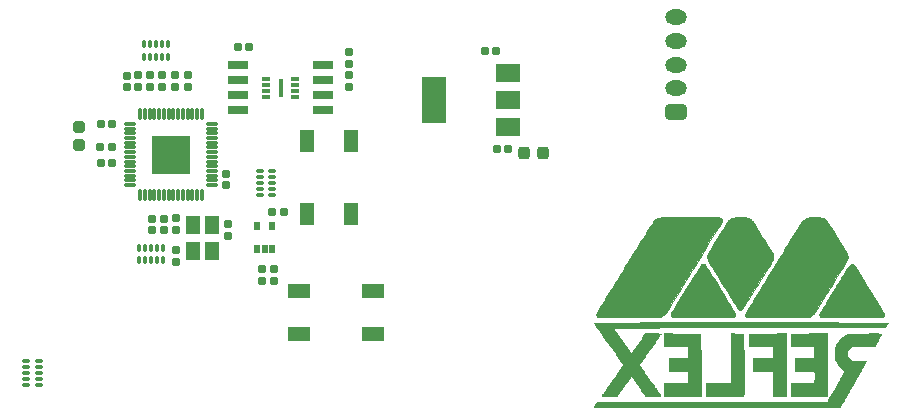
<source format=gbr>
%TF.GenerationSoftware,KiCad,Pcbnew,7.0.9*%
%TF.CreationDate,2023-12-20T17:27:25-07:00*%
%TF.ProjectId,nes_controller_pcb,6e65735f-636f-46e7-9472-6f6c6c65725f,4a*%
%TF.SameCoordinates,Original*%
%TF.FileFunction,Soldermask,Bot*%
%TF.FilePolarity,Negative*%
%FSLAX46Y46*%
G04 Gerber Fmt 4.6, Leading zero omitted, Abs format (unit mm)*
G04 Created by KiCad (PCBNEW 7.0.9) date 2023-12-20 17:27:25*
%MOMM*%
%LPD*%
G01*
G04 APERTURE LIST*
G04 Aperture macros list*
%AMRoundRect*
0 Rectangle with rounded corners*
0 $1 Rounding radius*
0 $2 $3 $4 $5 $6 $7 $8 $9 X,Y pos of 4 corners*
0 Add a 4 corners polygon primitive as box body*
4,1,4,$2,$3,$4,$5,$6,$7,$8,$9,$2,$3,0*
0 Add four circle primitives for the rounded corners*
1,1,$1+$1,$2,$3*
1,1,$1+$1,$4,$5*
1,1,$1+$1,$6,$7*
1,1,$1+$1,$8,$9*
0 Add four rect primitives between the rounded corners*
20,1,$1+$1,$2,$3,$4,$5,0*
20,1,$1+$1,$4,$5,$6,$7,0*
20,1,$1+$1,$6,$7,$8,$9,0*
20,1,$1+$1,$8,$9,$2,$3,0*%
G04 Aperture macros list end*
%ADD10C,0.010000*%
%ADD11RoundRect,0.050800X1.000000X0.750000X-1.000000X0.750000X-1.000000X-0.750000X1.000000X-0.750000X0*%
%ADD12RoundRect,0.050800X1.000000X1.900000X-1.000000X1.900000X-1.000000X-1.900000X1.000000X-1.900000X0*%
%ADD13RoundRect,0.190800X0.140000X0.170000X-0.140000X0.170000X-0.140000X-0.170000X0.140000X-0.170000X0*%
%ADD14RoundRect,0.190800X-0.140000X-0.170000X0.140000X-0.170000X0.140000X0.170000X-0.140000X0.170000X0*%
%ADD15O,0.801600X0.301600*%
%ADD16RoundRect,0.185800X-0.185000X0.135000X-0.185000X-0.135000X0.185000X-0.135000X0.185000X0.135000X0*%
%ADD17O,0.301600X0.801600*%
%ADD18RoundRect,0.050800X0.900000X0.550000X-0.900000X0.550000X-0.900000X-0.550000X0.900000X-0.550000X0*%
%ADD19RoundRect,0.185800X-0.135000X-0.185000X0.135000X-0.185000X0.135000X0.185000X-0.135000X0.185000X0*%
%ADD20RoundRect,0.050800X-0.550000X0.900000X-0.550000X-0.900000X0.550000X-0.900000X0.550000X0.900000X0*%
%ADD21RoundRect,0.300800X0.625000X-0.350000X0.625000X0.350000X-0.625000X0.350000X-0.625000X-0.350000X0*%
%ADD22O,1.851600X1.301600*%
%ADD23RoundRect,0.190800X-0.170000X0.140000X-0.170000X-0.140000X0.170000X-0.140000X0.170000X0.140000X0*%
%ADD24RoundRect,0.190800X0.170000X-0.140000X0.170000X0.140000X-0.170000X0.140000X-0.170000X-0.140000X0*%
%ADD25RoundRect,0.269550X-0.256250X0.218750X-0.256250X-0.218750X0.256250X-0.218750X0.256250X0.218750X0*%
%ADD26RoundRect,0.269550X-0.218750X-0.256250X0.218750X-0.256250X0.218750X0.256250X-0.218750X0.256250X0*%
%ADD27RoundRect,0.050800X0.200000X-0.325000X0.200000X0.325000X-0.200000X0.325000X-0.200000X-0.325000X0*%
%ADD28RoundRect,0.185800X0.185000X-0.135000X0.185000X0.135000X-0.185000X0.135000X-0.185000X-0.135000X0*%
%ADD29RoundRect,0.050800X0.805000X0.290000X-0.805000X0.290000X-0.805000X-0.290000X0.805000X-0.290000X0*%
%ADD30RoundRect,0.125800X0.225000X0.075000X-0.225000X0.075000X-0.225000X-0.075000X0.225000X-0.075000X0*%
%ADD31RoundRect,0.100800X0.050000X0.700000X-0.050000X0.700000X-0.050000X-0.700000X0.050000X-0.700000X0*%
%ADD32RoundRect,0.050800X0.575000X-0.700000X0.575000X0.700000X-0.575000X0.700000X-0.575000X-0.700000X0*%
%ADD33RoundRect,0.100800X0.387500X0.050000X-0.387500X0.050000X-0.387500X-0.050000X0.387500X-0.050000X0*%
%ADD34RoundRect,0.100800X0.050000X0.387500X-0.050000X0.387500X-0.050000X-0.387500X0.050000X-0.387500X0*%
%ADD35RoundRect,0.194800X1.456000X1.456000X-1.456000X1.456000X-1.456000X-1.456000X1.456000X-1.456000X0*%
G04 APERTURE END LIST*
%TO.C,Ref\u002A\u002A*%
D10*
X189694410Y-127929180D02*
X189711672Y-127946387D01*
X189739734Y-127982195D01*
X189779451Y-128038021D01*
X189831757Y-128115336D01*
X189897588Y-128215612D01*
X189977877Y-128340320D01*
X190073561Y-128490932D01*
X190185573Y-128668920D01*
X190314850Y-128875756D01*
X190462325Y-129112910D01*
X190628934Y-129381855D01*
X190815611Y-129684062D01*
X191023292Y-130021003D01*
X191077622Y-130109264D01*
X191241709Y-130376274D01*
X191399333Y-130633432D01*
X191549058Y-130878362D01*
X191689447Y-131108685D01*
X191819064Y-131322024D01*
X191936470Y-131516002D01*
X192040230Y-131688241D01*
X192128906Y-131836364D01*
X192201062Y-131957993D01*
X192255260Y-132050750D01*
X192290065Y-132112260D01*
X192304039Y-132140143D01*
X192308478Y-132156987D01*
X192309492Y-132244829D01*
X192271140Y-132319022D01*
X192195002Y-132376150D01*
X192182809Y-132381448D01*
X192166249Y-132386425D01*
X192143587Y-132390839D01*
X192112558Y-132394717D01*
X192070898Y-132398087D01*
X192016343Y-132400975D01*
X191946627Y-132403409D01*
X191859488Y-132405415D01*
X191752660Y-132407020D01*
X191623878Y-132408253D01*
X191470879Y-132409138D01*
X191291398Y-132409704D01*
X191083170Y-132409977D01*
X190843931Y-132409985D01*
X190571417Y-132409754D01*
X190263363Y-132409312D01*
X189917505Y-132408685D01*
X189531578Y-132407900D01*
X186942214Y-132402461D01*
X186880453Y-132333335D01*
X186851675Y-132296423D01*
X186822929Y-132225767D01*
X186828235Y-132147188D01*
X186867162Y-132051506D01*
X186868009Y-132049887D01*
X186892289Y-132006947D01*
X186936389Y-131932303D01*
X186998561Y-131828781D01*
X187077056Y-131699203D01*
X187170127Y-131546394D01*
X187276024Y-131373179D01*
X187392998Y-131182382D01*
X187519303Y-130976827D01*
X187653187Y-130759338D01*
X187792905Y-130532740D01*
X187936705Y-130299857D01*
X188082841Y-130063514D01*
X188229564Y-129826534D01*
X188375124Y-129591742D01*
X188517775Y-129361962D01*
X188655766Y-129140019D01*
X188787349Y-128928737D01*
X188910776Y-128730939D01*
X189024299Y-128549451D01*
X189126168Y-128387097D01*
X189214636Y-128246701D01*
X189287953Y-128131087D01*
X189344371Y-128043080D01*
X189382142Y-127985504D01*
X189399517Y-127961183D01*
X189430520Y-127933980D01*
X189515852Y-127893615D01*
X189606860Y-127891684D01*
X189694410Y-127929180D01*
G36*
X189694410Y-127929180D02*
G01*
X189711672Y-127946387D01*
X189739734Y-127982195D01*
X189779451Y-128038021D01*
X189831757Y-128115336D01*
X189897588Y-128215612D01*
X189977877Y-128340320D01*
X190073561Y-128490932D01*
X190185573Y-128668920D01*
X190314850Y-128875756D01*
X190462325Y-129112910D01*
X190628934Y-129381855D01*
X190815611Y-129684062D01*
X191023292Y-130021003D01*
X191077622Y-130109264D01*
X191241709Y-130376274D01*
X191399333Y-130633432D01*
X191549058Y-130878362D01*
X191689447Y-131108685D01*
X191819064Y-131322024D01*
X191936470Y-131516002D01*
X192040230Y-131688241D01*
X192128906Y-131836364D01*
X192201062Y-131957993D01*
X192255260Y-132050750D01*
X192290065Y-132112260D01*
X192304039Y-132140143D01*
X192308478Y-132156987D01*
X192309492Y-132244829D01*
X192271140Y-132319022D01*
X192195002Y-132376150D01*
X192182809Y-132381448D01*
X192166249Y-132386425D01*
X192143587Y-132390839D01*
X192112558Y-132394717D01*
X192070898Y-132398087D01*
X192016343Y-132400975D01*
X191946627Y-132403409D01*
X191859488Y-132405415D01*
X191752660Y-132407020D01*
X191623878Y-132408253D01*
X191470879Y-132409138D01*
X191291398Y-132409704D01*
X191083170Y-132409977D01*
X190843931Y-132409985D01*
X190571417Y-132409754D01*
X190263363Y-132409312D01*
X189917505Y-132408685D01*
X189531578Y-132407900D01*
X186942214Y-132402461D01*
X186880453Y-132333335D01*
X186851675Y-132296423D01*
X186822929Y-132225767D01*
X186828235Y-132147188D01*
X186867162Y-132051506D01*
X186868009Y-132049887D01*
X186892289Y-132006947D01*
X186936389Y-131932303D01*
X186998561Y-131828781D01*
X187077056Y-131699203D01*
X187170127Y-131546394D01*
X187276024Y-131373179D01*
X187392998Y-131182382D01*
X187519303Y-130976827D01*
X187653187Y-130759338D01*
X187792905Y-130532740D01*
X187936705Y-130299857D01*
X188082841Y-130063514D01*
X188229564Y-129826534D01*
X188375124Y-129591742D01*
X188517775Y-129361962D01*
X188655766Y-129140019D01*
X188787349Y-128928737D01*
X188910776Y-128730939D01*
X189024299Y-128549451D01*
X189126168Y-128387097D01*
X189214636Y-128246701D01*
X189287953Y-128131087D01*
X189344371Y-128043080D01*
X189382142Y-127985504D01*
X189399517Y-127961183D01*
X189430520Y-127933980D01*
X189515852Y-127893615D01*
X189606860Y-127891684D01*
X189694410Y-127929180D01*
G37*
X202258518Y-127909502D02*
X202340678Y-127974843D01*
X202348066Y-127984188D01*
X202379170Y-128029328D01*
X202429481Y-128106187D01*
X202497266Y-128211944D01*
X202580794Y-128343783D01*
X202678332Y-128498882D01*
X202788148Y-128674424D01*
X202908508Y-128867589D01*
X203037680Y-129075558D01*
X203173933Y-129295512D01*
X203315533Y-129524633D01*
X203460748Y-129760100D01*
X203607845Y-129999095D01*
X203755093Y-130238799D01*
X203900758Y-130476393D01*
X204043108Y-130709058D01*
X204180410Y-130933975D01*
X204310933Y-131148324D01*
X204432943Y-131349287D01*
X204544708Y-131534045D01*
X204644496Y-131699778D01*
X204730574Y-131843668D01*
X204801210Y-131962895D01*
X204854671Y-132054641D01*
X204889225Y-132116086D01*
X204903138Y-132144411D01*
X204907291Y-132161307D01*
X204907415Y-132247564D01*
X204867955Y-132319019D01*
X204788764Y-132375969D01*
X204779878Y-132379972D01*
X204764127Y-132385116D01*
X204742560Y-132389700D01*
X204712895Y-132393753D01*
X204672849Y-132397310D01*
X204620139Y-132400403D01*
X204552485Y-132403063D01*
X204467602Y-132405322D01*
X204363209Y-132407214D01*
X204237024Y-132408770D01*
X204086764Y-132410023D01*
X203910147Y-132411005D01*
X203704891Y-132411748D01*
X203468713Y-132412285D01*
X203199331Y-132412647D01*
X202894463Y-132412867D01*
X202551826Y-132412978D01*
X202169138Y-132413011D01*
X202085938Y-132413013D01*
X201704786Y-132413042D01*
X201363271Y-132413029D01*
X201059157Y-132412879D01*
X200790206Y-132412498D01*
X200554181Y-132411793D01*
X200348844Y-132410668D01*
X200171959Y-132409029D01*
X200021287Y-132406781D01*
X199894592Y-132403831D01*
X199789637Y-132400083D01*
X199704183Y-132395443D01*
X199635995Y-132389818D01*
X199582834Y-132383112D01*
X199542464Y-132375231D01*
X199512647Y-132366081D01*
X199491145Y-132355567D01*
X199475722Y-132343595D01*
X199464141Y-132330070D01*
X199454163Y-132314898D01*
X199443553Y-132297985D01*
X199422075Y-132251112D01*
X199419601Y-132168033D01*
X199425256Y-132154021D01*
X199451363Y-132104492D01*
X199497034Y-132023642D01*
X199560553Y-131914272D01*
X199640202Y-131779184D01*
X199734264Y-131621180D01*
X199841020Y-131443061D01*
X199958755Y-131247629D01*
X200085749Y-131037685D01*
X200220286Y-130816031D01*
X200360648Y-130585470D01*
X200505118Y-130348802D01*
X200651979Y-130108829D01*
X200799512Y-129868352D01*
X200946000Y-129630175D01*
X201089727Y-129397097D01*
X201228974Y-129171922D01*
X201362023Y-128957449D01*
X201487159Y-128756482D01*
X201602662Y-128571822D01*
X201706816Y-128406270D01*
X201797903Y-128262629D01*
X201874206Y-128143699D01*
X201934007Y-128052282D01*
X201975589Y-127991181D01*
X201997234Y-127963196D01*
X202083184Y-127904075D01*
X202171658Y-127885878D01*
X202258518Y-127909502D01*
G36*
X202258518Y-127909502D02*
G01*
X202340678Y-127974843D01*
X202348066Y-127984188D01*
X202379170Y-128029328D01*
X202429481Y-128106187D01*
X202497266Y-128211944D01*
X202580794Y-128343783D01*
X202678332Y-128498882D01*
X202788148Y-128674424D01*
X202908508Y-128867589D01*
X203037680Y-129075558D01*
X203173933Y-129295512D01*
X203315533Y-129524633D01*
X203460748Y-129760100D01*
X203607845Y-129999095D01*
X203755093Y-130238799D01*
X203900758Y-130476393D01*
X204043108Y-130709058D01*
X204180410Y-130933975D01*
X204310933Y-131148324D01*
X204432943Y-131349287D01*
X204544708Y-131534045D01*
X204644496Y-131699778D01*
X204730574Y-131843668D01*
X204801210Y-131962895D01*
X204854671Y-132054641D01*
X204889225Y-132116086D01*
X204903138Y-132144411D01*
X204907291Y-132161307D01*
X204907415Y-132247564D01*
X204867955Y-132319019D01*
X204788764Y-132375969D01*
X204779878Y-132379972D01*
X204764127Y-132385116D01*
X204742560Y-132389700D01*
X204712895Y-132393753D01*
X204672849Y-132397310D01*
X204620139Y-132400403D01*
X204552485Y-132403063D01*
X204467602Y-132405322D01*
X204363209Y-132407214D01*
X204237024Y-132408770D01*
X204086764Y-132410023D01*
X203910147Y-132411005D01*
X203704891Y-132411748D01*
X203468713Y-132412285D01*
X203199331Y-132412647D01*
X202894463Y-132412867D01*
X202551826Y-132412978D01*
X202169138Y-132413011D01*
X202085938Y-132413013D01*
X201704786Y-132413042D01*
X201363271Y-132413029D01*
X201059157Y-132412879D01*
X200790206Y-132412498D01*
X200554181Y-132411793D01*
X200348844Y-132410668D01*
X200171959Y-132409029D01*
X200021287Y-132406781D01*
X199894592Y-132403831D01*
X199789637Y-132400083D01*
X199704183Y-132395443D01*
X199635995Y-132389818D01*
X199582834Y-132383112D01*
X199542464Y-132375231D01*
X199512647Y-132366081D01*
X199491145Y-132355567D01*
X199475722Y-132343595D01*
X199464141Y-132330070D01*
X199454163Y-132314898D01*
X199443553Y-132297985D01*
X199422075Y-132251112D01*
X199419601Y-132168033D01*
X199425256Y-132154021D01*
X199451363Y-132104492D01*
X199497034Y-132023642D01*
X199560553Y-131914272D01*
X199640202Y-131779184D01*
X199734264Y-131621180D01*
X199841020Y-131443061D01*
X199958755Y-131247629D01*
X200085749Y-131037685D01*
X200220286Y-130816031D01*
X200360648Y-130585470D01*
X200505118Y-130348802D01*
X200651979Y-130108829D01*
X200799512Y-129868352D01*
X200946000Y-129630175D01*
X201089727Y-129397097D01*
X201228974Y-129171922D01*
X201362023Y-128957449D01*
X201487159Y-128756482D01*
X201602662Y-128571822D01*
X201706816Y-128406270D01*
X201797903Y-128262629D01*
X201874206Y-128143699D01*
X201934007Y-128052282D01*
X201975589Y-127991181D01*
X201997234Y-127963196D01*
X202083184Y-127904075D01*
X202171658Y-127885878D01*
X202258518Y-127909502D01*
G37*
X187732320Y-123947528D02*
X188080595Y-123947736D01*
X188468848Y-123948004D01*
X188545435Y-123948057D01*
X188944503Y-123948469D01*
X189303206Y-123949093D01*
X189623211Y-123949946D01*
X189906187Y-123951045D01*
X190153799Y-123952408D01*
X190367715Y-123954052D01*
X190549601Y-123955994D01*
X190701126Y-123958252D01*
X190823955Y-123960842D01*
X190919757Y-123963782D01*
X190990197Y-123967089D01*
X191036944Y-123970781D01*
X191061664Y-123974875D01*
X191108683Y-123994136D01*
X191176143Y-124050730D01*
X191209860Y-124127289D01*
X191205776Y-124217000D01*
X191201853Y-124225171D01*
X191178102Y-124267067D01*
X191134014Y-124341905D01*
X191070826Y-124447671D01*
X190989772Y-124582352D01*
X190892090Y-124743934D01*
X190779015Y-124930403D01*
X190651783Y-125139746D01*
X190511630Y-125369948D01*
X190359793Y-125618997D01*
X190197506Y-125884878D01*
X190026006Y-126165578D01*
X189846530Y-126459083D01*
X189660312Y-126763380D01*
X189468590Y-127076454D01*
X189272598Y-127396292D01*
X189073573Y-127720881D01*
X188872751Y-128048206D01*
X188671368Y-128376255D01*
X188470660Y-128703012D01*
X188271862Y-129026466D01*
X188076212Y-129344601D01*
X187884944Y-129655404D01*
X187699295Y-129956862D01*
X187520500Y-130246961D01*
X187349797Y-130523687D01*
X187188420Y-130785026D01*
X187037605Y-131028966D01*
X186898589Y-131253491D01*
X186772608Y-131456589D01*
X186660898Y-131636245D01*
X186564694Y-131790447D01*
X186485232Y-131917180D01*
X186423749Y-132014430D01*
X186381481Y-132080185D01*
X186359662Y-132112430D01*
X186290444Y-132183882D01*
X186190478Y-132258017D01*
X186075245Y-132323394D01*
X185958143Y-132371375D01*
X185952450Y-132373170D01*
X185932247Y-132378888D01*
X185909107Y-132383992D01*
X185880711Y-132388512D01*
X185844744Y-132392477D01*
X185798887Y-132395919D01*
X185740822Y-132398867D01*
X185668233Y-132401351D01*
X185578803Y-132403402D01*
X185470213Y-132405050D01*
X185340146Y-132406326D01*
X185186285Y-132407259D01*
X185006313Y-132407880D01*
X184797912Y-132408219D01*
X184558765Y-132408306D01*
X184286554Y-132408172D01*
X183978962Y-132407846D01*
X183633672Y-132407360D01*
X183248366Y-132406743D01*
X180662289Y-132402461D01*
X180602532Y-132357997D01*
X180552305Y-132296337D01*
X180532585Y-132213054D01*
X180544287Y-132116552D01*
X180587753Y-132014810D01*
X180600388Y-131993885D01*
X180634948Y-131937301D01*
X180689766Y-131847846D01*
X180763784Y-131727236D01*
X180855946Y-131577189D01*
X180965196Y-131399422D01*
X181090478Y-131195652D01*
X181230734Y-130967597D01*
X181384909Y-130716975D01*
X181551945Y-130445501D01*
X181730787Y-130154895D01*
X181920379Y-129846872D01*
X182119663Y-129523151D01*
X182327583Y-129185449D01*
X182543082Y-128835483D01*
X182765105Y-128474970D01*
X182992595Y-128105627D01*
X183238479Y-127706670D01*
X183485653Y-127306093D01*
X183721758Y-126923948D01*
X183946005Y-126561496D01*
X184157607Y-126220001D01*
X184355775Y-125900724D01*
X184539722Y-125604929D01*
X184708660Y-125333877D01*
X184861800Y-125088832D01*
X184998356Y-124871055D01*
X185117538Y-124681810D01*
X185218559Y-124522359D01*
X185300632Y-124393963D01*
X185362967Y-124297887D01*
X185404778Y-124235392D01*
X185425276Y-124207741D01*
X185458164Y-124176614D01*
X185535841Y-124114287D01*
X185610859Y-124065563D01*
X185612855Y-124064475D01*
X185644528Y-124047035D01*
X185673758Y-124031399D01*
X185702904Y-124017471D01*
X185734320Y-124005153D01*
X185770365Y-123994349D01*
X185813394Y-123984962D01*
X185865763Y-123976894D01*
X185929830Y-123970049D01*
X186007952Y-123964330D01*
X186102484Y-123959640D01*
X186215783Y-123955882D01*
X186350207Y-123952959D01*
X186508111Y-123950774D01*
X186691852Y-123949230D01*
X186903787Y-123948230D01*
X187146272Y-123947678D01*
X187421664Y-123947476D01*
X187732320Y-123947528D01*
G36*
X187732320Y-123947528D02*
G01*
X188080595Y-123947736D01*
X188468848Y-123948004D01*
X188545435Y-123948057D01*
X188944503Y-123948469D01*
X189303206Y-123949093D01*
X189623211Y-123949946D01*
X189906187Y-123951045D01*
X190153799Y-123952408D01*
X190367715Y-123954052D01*
X190549601Y-123955994D01*
X190701126Y-123958252D01*
X190823955Y-123960842D01*
X190919757Y-123963782D01*
X190990197Y-123967089D01*
X191036944Y-123970781D01*
X191061664Y-123974875D01*
X191108683Y-123994136D01*
X191176143Y-124050730D01*
X191209860Y-124127289D01*
X191205776Y-124217000D01*
X191201853Y-124225171D01*
X191178102Y-124267067D01*
X191134014Y-124341905D01*
X191070826Y-124447671D01*
X190989772Y-124582352D01*
X190892090Y-124743934D01*
X190779015Y-124930403D01*
X190651783Y-125139746D01*
X190511630Y-125369948D01*
X190359793Y-125618997D01*
X190197506Y-125884878D01*
X190026006Y-126165578D01*
X189846530Y-126459083D01*
X189660312Y-126763380D01*
X189468590Y-127076454D01*
X189272598Y-127396292D01*
X189073573Y-127720881D01*
X188872751Y-128048206D01*
X188671368Y-128376255D01*
X188470660Y-128703012D01*
X188271862Y-129026466D01*
X188076212Y-129344601D01*
X187884944Y-129655404D01*
X187699295Y-129956862D01*
X187520500Y-130246961D01*
X187349797Y-130523687D01*
X187188420Y-130785026D01*
X187037605Y-131028966D01*
X186898589Y-131253491D01*
X186772608Y-131456589D01*
X186660898Y-131636245D01*
X186564694Y-131790447D01*
X186485232Y-131917180D01*
X186423749Y-132014430D01*
X186381481Y-132080185D01*
X186359662Y-132112430D01*
X186290444Y-132183882D01*
X186190478Y-132258017D01*
X186075245Y-132323394D01*
X185958143Y-132371375D01*
X185952450Y-132373170D01*
X185932247Y-132378888D01*
X185909107Y-132383992D01*
X185880711Y-132388512D01*
X185844744Y-132392477D01*
X185798887Y-132395919D01*
X185740822Y-132398867D01*
X185668233Y-132401351D01*
X185578803Y-132403402D01*
X185470213Y-132405050D01*
X185340146Y-132406326D01*
X185186285Y-132407259D01*
X185006313Y-132407880D01*
X184797912Y-132408219D01*
X184558765Y-132408306D01*
X184286554Y-132408172D01*
X183978962Y-132407846D01*
X183633672Y-132407360D01*
X183248366Y-132406743D01*
X180662289Y-132402461D01*
X180602532Y-132357997D01*
X180552305Y-132296337D01*
X180532585Y-132213054D01*
X180544287Y-132116552D01*
X180587753Y-132014810D01*
X180600388Y-131993885D01*
X180634948Y-131937301D01*
X180689766Y-131847846D01*
X180763784Y-131727236D01*
X180855946Y-131577189D01*
X180965196Y-131399422D01*
X181090478Y-131195652D01*
X181230734Y-130967597D01*
X181384909Y-130716975D01*
X181551945Y-130445501D01*
X181730787Y-130154895D01*
X181920379Y-129846872D01*
X182119663Y-129523151D01*
X182327583Y-129185449D01*
X182543082Y-128835483D01*
X182765105Y-128474970D01*
X182992595Y-128105627D01*
X183238479Y-127706670D01*
X183485653Y-127306093D01*
X183721758Y-126923948D01*
X183946005Y-126561496D01*
X184157607Y-126220001D01*
X184355775Y-125900724D01*
X184539722Y-125604929D01*
X184708660Y-125333877D01*
X184861800Y-125088832D01*
X184998356Y-124871055D01*
X185117538Y-124681810D01*
X185218559Y-124522359D01*
X185300632Y-124393963D01*
X185362967Y-124297887D01*
X185404778Y-124235392D01*
X185425276Y-124207741D01*
X185458164Y-124176614D01*
X185535841Y-124114287D01*
X185610859Y-124065563D01*
X185612855Y-124064475D01*
X185644528Y-124047035D01*
X185673758Y-124031399D01*
X185702904Y-124017471D01*
X185734320Y-124005153D01*
X185770365Y-123994349D01*
X185813394Y-123984962D01*
X185865763Y-123976894D01*
X185929830Y-123970049D01*
X186007952Y-123964330D01*
X186102484Y-123959640D01*
X186215783Y-123955882D01*
X186350207Y-123952959D01*
X186508111Y-123950774D01*
X186691852Y-123949230D01*
X186903787Y-123948230D01*
X187146272Y-123947678D01*
X187421664Y-123947476D01*
X187732320Y-123947528D01*
G37*
X193051206Y-123951743D02*
X193166089Y-123959004D01*
X193260623Y-123971281D01*
X193341026Y-123989259D01*
X193413520Y-124013620D01*
X193484324Y-124045048D01*
X193512202Y-124059019D01*
X193552295Y-124081262D01*
X193590807Y-124106747D01*
X193629552Y-124138005D01*
X193670349Y-124177566D01*
X193715013Y-124227964D01*
X193765360Y-124291728D01*
X193823208Y-124371390D01*
X193890373Y-124469482D01*
X193968672Y-124588534D01*
X194059921Y-124731077D01*
X194165936Y-124899644D01*
X194288534Y-125096765D01*
X194429532Y-125324971D01*
X194590745Y-125586794D01*
X194691017Y-125749891D01*
X194819304Y-125958860D01*
X194940667Y-126156887D01*
X195053194Y-126340834D01*
X195154973Y-126507566D01*
X195244092Y-126653945D01*
X195318641Y-126776836D01*
X195376707Y-126873101D01*
X195416378Y-126939605D01*
X195435744Y-126973211D01*
X195452409Y-127006637D01*
X195470074Y-127054762D01*
X195480401Y-127110425D01*
X195485240Y-127185213D01*
X195486442Y-127290711D01*
X195486137Y-127349689D01*
X195483110Y-127439147D01*
X195475435Y-127503357D01*
X195461397Y-127553601D01*
X195439283Y-127601162D01*
X195438141Y-127603286D01*
X195409491Y-127653657D01*
X195361375Y-127735057D01*
X195295529Y-127844692D01*
X195213687Y-127979764D01*
X195117582Y-128137479D01*
X195008950Y-128315040D01*
X194889525Y-128509651D01*
X194761040Y-128718518D01*
X194625231Y-128938842D01*
X194483831Y-129167830D01*
X194338575Y-129402685D01*
X194191197Y-129640611D01*
X194043431Y-129878812D01*
X193897013Y-130114493D01*
X193753675Y-130344857D01*
X193615153Y-130567109D01*
X193483180Y-130778452D01*
X193359491Y-130976092D01*
X193245820Y-131157232D01*
X193143902Y-131319075D01*
X193055471Y-131458828D01*
X192982261Y-131573692D01*
X192926007Y-131660873D01*
X192888442Y-131717575D01*
X192871301Y-131741002D01*
X192868946Y-131743145D01*
X192787757Y-131789485D01*
X192694536Y-131797854D01*
X192597241Y-131767485D01*
X192589906Y-131763725D01*
X192580791Y-131758518D01*
X192571007Y-131751250D01*
X192559422Y-131740133D01*
X192544902Y-131723378D01*
X192526312Y-131699197D01*
X192502519Y-131665801D01*
X192472390Y-131621402D01*
X192434791Y-131564211D01*
X192388589Y-131492441D01*
X192332649Y-131404302D01*
X192265838Y-131298006D01*
X192187023Y-131171765D01*
X192095070Y-131023791D01*
X191988845Y-130852294D01*
X191867215Y-130655487D01*
X191729046Y-130431581D01*
X191573204Y-130178787D01*
X191398556Y-129895318D01*
X191203969Y-129579385D01*
X190988307Y-129229199D01*
X190903583Y-129091609D01*
X190736356Y-128819813D01*
X190589456Y-128580501D01*
X190461568Y-128371263D01*
X190351374Y-128189687D01*
X190257560Y-128033361D01*
X190178808Y-127899875D01*
X190113803Y-127786816D01*
X190061228Y-127691775D01*
X190019768Y-127612340D01*
X189988106Y-127546099D01*
X189964927Y-127490641D01*
X189948913Y-127443556D01*
X189938748Y-127402431D01*
X189933118Y-127364856D01*
X189930704Y-127328420D01*
X189930192Y-127290711D01*
X189930193Y-127289827D01*
X189930876Y-127248727D01*
X189933846Y-127209051D01*
X189940530Y-127168125D01*
X189952357Y-127123279D01*
X189970758Y-127071839D01*
X189997160Y-127011134D01*
X190032994Y-126938490D01*
X190079687Y-126851237D01*
X190138670Y-126746701D01*
X190211371Y-126622211D01*
X190299219Y-126475094D01*
X190403644Y-126302678D01*
X190526074Y-126102291D01*
X190667938Y-125871259D01*
X190830667Y-125606912D01*
X190940703Y-125428342D01*
X191085064Y-125194412D01*
X191210143Y-124992335D01*
X191317605Y-124819574D01*
X191409118Y-124673589D01*
X191486347Y-124551844D01*
X191550959Y-124451801D01*
X191604620Y-124370920D01*
X191648998Y-124306665D01*
X191685758Y-124256496D01*
X191716568Y-124217876D01*
X191743093Y-124188268D01*
X191767000Y-124165132D01*
X191789955Y-124145931D01*
X191813442Y-124127673D01*
X191883345Y-124076828D01*
X191949165Y-124037281D01*
X192017532Y-124007495D01*
X192095077Y-123985931D01*
X192188431Y-123971050D01*
X192304223Y-123961316D01*
X192449085Y-123955188D01*
X192629646Y-123951130D01*
X192735505Y-123949535D01*
X192909751Y-123948814D01*
X193051206Y-123951743D01*
G36*
X193051206Y-123951743D02*
G01*
X193166089Y-123959004D01*
X193260623Y-123971281D01*
X193341026Y-123989259D01*
X193413520Y-124013620D01*
X193484324Y-124045048D01*
X193512202Y-124059019D01*
X193552295Y-124081262D01*
X193590807Y-124106747D01*
X193629552Y-124138005D01*
X193670349Y-124177566D01*
X193715013Y-124227964D01*
X193765360Y-124291728D01*
X193823208Y-124371390D01*
X193890373Y-124469482D01*
X193968672Y-124588534D01*
X194059921Y-124731077D01*
X194165936Y-124899644D01*
X194288534Y-125096765D01*
X194429532Y-125324971D01*
X194590745Y-125586794D01*
X194691017Y-125749891D01*
X194819304Y-125958860D01*
X194940667Y-126156887D01*
X195053194Y-126340834D01*
X195154973Y-126507566D01*
X195244092Y-126653945D01*
X195318641Y-126776836D01*
X195376707Y-126873101D01*
X195416378Y-126939605D01*
X195435744Y-126973211D01*
X195452409Y-127006637D01*
X195470074Y-127054762D01*
X195480401Y-127110425D01*
X195485240Y-127185213D01*
X195486442Y-127290711D01*
X195486137Y-127349689D01*
X195483110Y-127439147D01*
X195475435Y-127503357D01*
X195461397Y-127553601D01*
X195439283Y-127601162D01*
X195438141Y-127603286D01*
X195409491Y-127653657D01*
X195361375Y-127735057D01*
X195295529Y-127844692D01*
X195213687Y-127979764D01*
X195117582Y-128137479D01*
X195008950Y-128315040D01*
X194889525Y-128509651D01*
X194761040Y-128718518D01*
X194625231Y-128938842D01*
X194483831Y-129167830D01*
X194338575Y-129402685D01*
X194191197Y-129640611D01*
X194043431Y-129878812D01*
X193897013Y-130114493D01*
X193753675Y-130344857D01*
X193615153Y-130567109D01*
X193483180Y-130778452D01*
X193359491Y-130976092D01*
X193245820Y-131157232D01*
X193143902Y-131319075D01*
X193055471Y-131458828D01*
X192982261Y-131573692D01*
X192926007Y-131660873D01*
X192888442Y-131717575D01*
X192871301Y-131741002D01*
X192868946Y-131743145D01*
X192787757Y-131789485D01*
X192694536Y-131797854D01*
X192597241Y-131767485D01*
X192589906Y-131763725D01*
X192580791Y-131758518D01*
X192571007Y-131751250D01*
X192559422Y-131740133D01*
X192544902Y-131723378D01*
X192526312Y-131699197D01*
X192502519Y-131665801D01*
X192472390Y-131621402D01*
X192434791Y-131564211D01*
X192388589Y-131492441D01*
X192332649Y-131404302D01*
X192265838Y-131298006D01*
X192187023Y-131171765D01*
X192095070Y-131023791D01*
X191988845Y-130852294D01*
X191867215Y-130655487D01*
X191729046Y-130431581D01*
X191573204Y-130178787D01*
X191398556Y-129895318D01*
X191203969Y-129579385D01*
X190988307Y-129229199D01*
X190903583Y-129091609D01*
X190736356Y-128819813D01*
X190589456Y-128580501D01*
X190461568Y-128371263D01*
X190351374Y-128189687D01*
X190257560Y-128033361D01*
X190178808Y-127899875D01*
X190113803Y-127786816D01*
X190061228Y-127691775D01*
X190019768Y-127612340D01*
X189988106Y-127546099D01*
X189964927Y-127490641D01*
X189948913Y-127443556D01*
X189938748Y-127402431D01*
X189933118Y-127364856D01*
X189930704Y-127328420D01*
X189930192Y-127290711D01*
X189930193Y-127289827D01*
X189930876Y-127248727D01*
X189933846Y-127209051D01*
X189940530Y-127168125D01*
X189952357Y-127123279D01*
X189970758Y-127071839D01*
X189997160Y-127011134D01*
X190032994Y-126938490D01*
X190079687Y-126851237D01*
X190138670Y-126746701D01*
X190211371Y-126622211D01*
X190299219Y-126475094D01*
X190403644Y-126302678D01*
X190526074Y-126102291D01*
X190667938Y-125871259D01*
X190830667Y-125606912D01*
X190940703Y-125428342D01*
X191085064Y-125194412D01*
X191210143Y-124992335D01*
X191317605Y-124819574D01*
X191409118Y-124673589D01*
X191486347Y-124551844D01*
X191550959Y-124451801D01*
X191604620Y-124370920D01*
X191648998Y-124306665D01*
X191685758Y-124256496D01*
X191716568Y-124217876D01*
X191743093Y-124188268D01*
X191767000Y-124165132D01*
X191789955Y-124145931D01*
X191813442Y-124127673D01*
X191883345Y-124076828D01*
X191949165Y-124037281D01*
X192017532Y-124007495D01*
X192095077Y-123985931D01*
X192188431Y-123971050D01*
X192304223Y-123961316D01*
X192449085Y-123955188D01*
X192629646Y-123951130D01*
X192735505Y-123949535D01*
X192909751Y-123948814D01*
X193051206Y-123951743D01*
G37*
X199145764Y-123947887D02*
X199283679Y-123950696D01*
X199405361Y-123955364D01*
X199502122Y-123961870D01*
X199565276Y-123970195D01*
X199626663Y-123986109D01*
X199764903Y-124039809D01*
X199895216Y-124112324D01*
X200000405Y-124194776D01*
X200009044Y-124204548D01*
X200044112Y-124252148D01*
X200098945Y-124332675D01*
X200172065Y-124443812D01*
X200261993Y-124583242D01*
X200367251Y-124748647D01*
X200486361Y-124937711D01*
X200617844Y-125148116D01*
X200760222Y-125377546D01*
X200912017Y-125623683D01*
X201036545Y-125826305D01*
X201182728Y-126064676D01*
X201309130Y-126271761D01*
X201417184Y-126450238D01*
X201508323Y-126602782D01*
X201583980Y-126732069D01*
X201645590Y-126840776D01*
X201694583Y-126931580D01*
X201732395Y-127007156D01*
X201760457Y-127070181D01*
X201780204Y-127123331D01*
X201793067Y-127169283D01*
X201800481Y-127210713D01*
X201803879Y-127250296D01*
X201804692Y-127290711D01*
X201804647Y-127304133D01*
X201803799Y-127334909D01*
X201801000Y-127365813D01*
X201795126Y-127398841D01*
X201785052Y-127435989D01*
X201769653Y-127479253D01*
X201747803Y-127530626D01*
X201718378Y-127592106D01*
X201680252Y-127665686D01*
X201632302Y-127753363D01*
X201573401Y-127857132D01*
X201502425Y-127978988D01*
X201418249Y-128120927D01*
X201319747Y-128284944D01*
X201205796Y-128473034D01*
X201075269Y-128687192D01*
X200927043Y-128929415D01*
X200759991Y-129201696D01*
X200572989Y-129506033D01*
X200364912Y-129844419D01*
X200343098Y-129879886D01*
X200123512Y-130236568D01*
X199924934Y-130558448D01*
X199746544Y-130846825D01*
X199587520Y-131102998D01*
X199447042Y-131328265D01*
X199324287Y-131523927D01*
X199218435Y-131691282D01*
X199128664Y-131831628D01*
X199054153Y-131946266D01*
X198994080Y-132036495D01*
X198947625Y-132103612D01*
X198913966Y-132148918D01*
X198892281Y-132173712D01*
X198835887Y-132220853D01*
X198725194Y-132294007D01*
X198606210Y-132354512D01*
X198496736Y-132392520D01*
X198479126Y-132394047D01*
X198420301Y-132396101D01*
X198323768Y-132398099D01*
X198192197Y-132400022D01*
X198028258Y-132401851D01*
X197834624Y-132403569D01*
X197613965Y-132405155D01*
X197368951Y-132406591D01*
X197102255Y-132407860D01*
X196816546Y-132408941D01*
X196514495Y-132409817D01*
X196198775Y-132410469D01*
X195872054Y-132410877D01*
X195851744Y-132410894D01*
X195462926Y-132411235D01*
X195114113Y-132411499D01*
X194803087Y-132411604D01*
X194527629Y-132411464D01*
X194285520Y-132410995D01*
X194074543Y-132410111D01*
X193892478Y-132408727D01*
X193737107Y-132406760D01*
X193606213Y-132404124D01*
X193497575Y-132400735D01*
X193408976Y-132396507D01*
X193338197Y-132391357D01*
X193283021Y-132385198D01*
X193241227Y-132377947D01*
X193210598Y-132369518D01*
X193188915Y-132359828D01*
X193173960Y-132348790D01*
X193163515Y-132336320D01*
X193155360Y-132322334D01*
X193147278Y-132306747D01*
X193142533Y-132298199D01*
X193135066Y-132284908D01*
X193128874Y-132271564D01*
X193124794Y-132256725D01*
X193123662Y-132238952D01*
X193126312Y-132216805D01*
X193133582Y-132188842D01*
X193146307Y-132153623D01*
X193165323Y-132109709D01*
X193191465Y-132055658D01*
X193225570Y-131990031D01*
X193268474Y-131911388D01*
X193321012Y-131818287D01*
X193384021Y-131709288D01*
X193458336Y-131582952D01*
X193544794Y-131437838D01*
X193644229Y-131272505D01*
X193757479Y-131085514D01*
X193885378Y-130875424D01*
X194028763Y-130640794D01*
X194188470Y-130380184D01*
X194365334Y-130092154D01*
X194560193Y-129775264D01*
X194773880Y-129428074D01*
X195007233Y-129049142D01*
X195261087Y-128637029D01*
X195536278Y-128190294D01*
X195560017Y-128151757D01*
X195820480Y-127729195D01*
X196070308Y-127324364D01*
X196308737Y-126938489D01*
X196535003Y-126572796D01*
X196748341Y-126228509D01*
X196947986Y-125906854D01*
X197133175Y-125609055D01*
X197303143Y-125336337D01*
X197457126Y-125089926D01*
X197594359Y-124871047D01*
X197714078Y-124680924D01*
X197815519Y-124520782D01*
X197897917Y-124391848D01*
X197960507Y-124295344D01*
X198002527Y-124232498D01*
X198023210Y-124204533D01*
X198077889Y-124154955D01*
X198199926Y-124073304D01*
X198339045Y-124008078D01*
X198479123Y-123967656D01*
X198516754Y-123962439D01*
X198605523Y-123955648D01*
X198721496Y-123950818D01*
X198855985Y-123947928D01*
X199000304Y-123946958D01*
X199145764Y-123947887D01*
G36*
X199145764Y-123947887D02*
G01*
X199283679Y-123950696D01*
X199405361Y-123955364D01*
X199502122Y-123961870D01*
X199565276Y-123970195D01*
X199626663Y-123986109D01*
X199764903Y-124039809D01*
X199895216Y-124112324D01*
X200000405Y-124194776D01*
X200009044Y-124204548D01*
X200044112Y-124252148D01*
X200098945Y-124332675D01*
X200172065Y-124443812D01*
X200261993Y-124583242D01*
X200367251Y-124748647D01*
X200486361Y-124937711D01*
X200617844Y-125148116D01*
X200760222Y-125377546D01*
X200912017Y-125623683D01*
X201036545Y-125826305D01*
X201182728Y-126064676D01*
X201309130Y-126271761D01*
X201417184Y-126450238D01*
X201508323Y-126602782D01*
X201583980Y-126732069D01*
X201645590Y-126840776D01*
X201694583Y-126931580D01*
X201732395Y-127007156D01*
X201760457Y-127070181D01*
X201780204Y-127123331D01*
X201793067Y-127169283D01*
X201800481Y-127210713D01*
X201803879Y-127250296D01*
X201804692Y-127290711D01*
X201804647Y-127304133D01*
X201803799Y-127334909D01*
X201801000Y-127365813D01*
X201795126Y-127398841D01*
X201785052Y-127435989D01*
X201769653Y-127479253D01*
X201747803Y-127530626D01*
X201718378Y-127592106D01*
X201680252Y-127665686D01*
X201632302Y-127753363D01*
X201573401Y-127857132D01*
X201502425Y-127978988D01*
X201418249Y-128120927D01*
X201319747Y-128284944D01*
X201205796Y-128473034D01*
X201075269Y-128687192D01*
X200927043Y-128929415D01*
X200759991Y-129201696D01*
X200572989Y-129506033D01*
X200364912Y-129844419D01*
X200343098Y-129879886D01*
X200123512Y-130236568D01*
X199924934Y-130558448D01*
X199746544Y-130846825D01*
X199587520Y-131102998D01*
X199447042Y-131328265D01*
X199324287Y-131523927D01*
X199218435Y-131691282D01*
X199128664Y-131831628D01*
X199054153Y-131946266D01*
X198994080Y-132036495D01*
X198947625Y-132103612D01*
X198913966Y-132148918D01*
X198892281Y-132173712D01*
X198835887Y-132220853D01*
X198725194Y-132294007D01*
X198606210Y-132354512D01*
X198496736Y-132392520D01*
X198479126Y-132394047D01*
X198420301Y-132396101D01*
X198323768Y-132398099D01*
X198192197Y-132400022D01*
X198028258Y-132401851D01*
X197834624Y-132403569D01*
X197613965Y-132405155D01*
X197368951Y-132406591D01*
X197102255Y-132407860D01*
X196816546Y-132408941D01*
X196514495Y-132409817D01*
X196198775Y-132410469D01*
X195872054Y-132410877D01*
X195851744Y-132410894D01*
X195462926Y-132411235D01*
X195114113Y-132411499D01*
X194803087Y-132411604D01*
X194527629Y-132411464D01*
X194285520Y-132410995D01*
X194074543Y-132410111D01*
X193892478Y-132408727D01*
X193737107Y-132406760D01*
X193606213Y-132404124D01*
X193497575Y-132400735D01*
X193408976Y-132396507D01*
X193338197Y-132391357D01*
X193283021Y-132385198D01*
X193241227Y-132377947D01*
X193210598Y-132369518D01*
X193188915Y-132359828D01*
X193173960Y-132348790D01*
X193163515Y-132336320D01*
X193155360Y-132322334D01*
X193147278Y-132306747D01*
X193142533Y-132298199D01*
X193135066Y-132284908D01*
X193128874Y-132271564D01*
X193124794Y-132256725D01*
X193123662Y-132238952D01*
X193126312Y-132216805D01*
X193133582Y-132188842D01*
X193146307Y-132153623D01*
X193165323Y-132109709D01*
X193191465Y-132055658D01*
X193225570Y-131990031D01*
X193268474Y-131911388D01*
X193321012Y-131818287D01*
X193384021Y-131709288D01*
X193458336Y-131582952D01*
X193544794Y-131437838D01*
X193644229Y-131272505D01*
X193757479Y-131085514D01*
X193885378Y-130875424D01*
X194028763Y-130640794D01*
X194188470Y-130380184D01*
X194365334Y-130092154D01*
X194560193Y-129775264D01*
X194773880Y-129428074D01*
X195007233Y-129049142D01*
X195261087Y-128637029D01*
X195536278Y-128190294D01*
X195560017Y-128151757D01*
X195820480Y-127729195D01*
X196070308Y-127324364D01*
X196308737Y-126938489D01*
X196535003Y-126572796D01*
X196748341Y-126228509D01*
X196947986Y-125906854D01*
X197133175Y-125609055D01*
X197303143Y-125336337D01*
X197457126Y-125089926D01*
X197594359Y-124871047D01*
X197714078Y-124680924D01*
X197815519Y-124520782D01*
X197897917Y-124391848D01*
X197960507Y-124295344D01*
X198002527Y-124232498D01*
X198023210Y-124204533D01*
X198077889Y-124154955D01*
X198199926Y-124073304D01*
X198339045Y-124008078D01*
X198479123Y-123967656D01*
X198516754Y-123962439D01*
X198605523Y-123955648D01*
X198721496Y-123950818D01*
X198855985Y-123947928D01*
X199000304Y-123946958D01*
X199145764Y-123947887D01*
G37*
X196559417Y-139053726D02*
X196035542Y-139048065D01*
X195511667Y-139042403D01*
X195501084Y-137994653D01*
X195490500Y-136946903D01*
X194638542Y-136941371D01*
X193786584Y-136935840D01*
X193786584Y-135899633D01*
X194638542Y-135894102D01*
X195490500Y-135888570D01*
X195496161Y-135364898D01*
X195501822Y-134841227D01*
X193458500Y-134830237D01*
X193458500Y-133793070D01*
X195008959Y-133787641D01*
X196559417Y-133782212D01*
X196559417Y-139053726D01*
G36*
X196559417Y-139053726D02*
G01*
X196035542Y-139048065D01*
X195511667Y-139042403D01*
X195501084Y-137994653D01*
X195490500Y-136946903D01*
X194638542Y-136941371D01*
X193786584Y-136935840D01*
X193786584Y-135899633D01*
X194638542Y-135894102D01*
X195490500Y-135888570D01*
X195496161Y-135364898D01*
X195501822Y-134841227D01*
X193458500Y-134830237D01*
X193458500Y-133793070D01*
X195008959Y-133787641D01*
X196559417Y-133782212D01*
X196559417Y-139053726D01*
G37*
X200073084Y-139052987D02*
X197003178Y-139052987D01*
X197014500Y-138005237D01*
X198009334Y-137994653D01*
X199004167Y-137984070D01*
X199009851Y-137477561D01*
X199010262Y-137439082D01*
X199011317Y-137278858D01*
X199010736Y-137155924D01*
X199008350Y-137066125D01*
X199003991Y-137005309D01*
X198997492Y-136969322D01*
X198988684Y-136954010D01*
X198987163Y-136953387D01*
X198954299Y-136949605D01*
X198884653Y-136946121D01*
X198783010Y-136943034D01*
X198654157Y-136940443D01*
X198502882Y-136938449D01*
X198333970Y-136937149D01*
X198152209Y-136936644D01*
X197342584Y-136936320D01*
X197342584Y-135899645D01*
X198173375Y-135894107D01*
X199004167Y-135888570D01*
X199004167Y-134851403D01*
X198009334Y-134840820D01*
X197014500Y-134830237D01*
X197014500Y-133793070D01*
X200073084Y-133782208D01*
X200073084Y-139052987D01*
G36*
X200073084Y-139052987D02*
G01*
X197003178Y-139052987D01*
X197014500Y-138005237D01*
X198009334Y-137994653D01*
X199004167Y-137984070D01*
X199009851Y-137477561D01*
X199010262Y-137439082D01*
X199011317Y-137278858D01*
X199010736Y-137155924D01*
X199008350Y-137066125D01*
X199003991Y-137005309D01*
X198997492Y-136969322D01*
X198988684Y-136954010D01*
X198987163Y-136953387D01*
X198954299Y-136949605D01*
X198884653Y-136946121D01*
X198783010Y-136943034D01*
X198654157Y-136940443D01*
X198502882Y-136938449D01*
X198333970Y-136937149D01*
X198152209Y-136936644D01*
X197342584Y-136936320D01*
X197342584Y-135899645D01*
X198173375Y-135894107D01*
X199004167Y-135888570D01*
X199004167Y-134851403D01*
X198009334Y-134840820D01*
X197014500Y-134830237D01*
X197014500Y-133793070D01*
X200073084Y-133782208D01*
X200073084Y-139052987D01*
G37*
X187822875Y-133787639D02*
X189352167Y-133793070D01*
X189357542Y-136423028D01*
X189362916Y-139052987D01*
X186293584Y-139052987D01*
X186293584Y-137995068D01*
X188293834Y-137984070D01*
X188299518Y-137477561D01*
X188299928Y-137439082D01*
X188300984Y-137278858D01*
X188300403Y-137155924D01*
X188298017Y-137066125D01*
X188293658Y-137005309D01*
X188287159Y-136969322D01*
X188278351Y-136954010D01*
X188277387Y-136953568D01*
X188246349Y-136949751D01*
X188178339Y-136946231D01*
X188078179Y-136943110D01*
X187950690Y-136940490D01*
X187800693Y-136938471D01*
X187633009Y-136937155D01*
X187452459Y-136936644D01*
X186653417Y-136936320D01*
X186653417Y-135899650D01*
X187473625Y-135894110D01*
X188293834Y-135888570D01*
X188293834Y-134851403D01*
X186293584Y-134840405D01*
X186293584Y-133782208D01*
X187822875Y-133787639D01*
G36*
X187822875Y-133787639D02*
G01*
X189352167Y-133793070D01*
X189357542Y-136423028D01*
X189362916Y-139052987D01*
X186293584Y-139052987D01*
X186293584Y-137995068D01*
X188293834Y-137984070D01*
X188299518Y-137477561D01*
X188299928Y-137439082D01*
X188300984Y-137278858D01*
X188300403Y-137155924D01*
X188298017Y-137066125D01*
X188293658Y-137005309D01*
X188287159Y-136969322D01*
X188278351Y-136954010D01*
X188277387Y-136953568D01*
X188246349Y-136949751D01*
X188178339Y-136946231D01*
X188078179Y-136943110D01*
X187950690Y-136940490D01*
X187800693Y-136938471D01*
X187633009Y-136937155D01*
X187452459Y-136936644D01*
X186653417Y-136936320D01*
X186653417Y-135899650D01*
X187473625Y-135894110D01*
X188293834Y-135888570D01*
X188293834Y-134851403D01*
X186293584Y-134840405D01*
X186293584Y-133782208D01*
X187822875Y-133787639D01*
G37*
X192469062Y-133787409D02*
X192992834Y-133793070D01*
X192998279Y-136396570D01*
X192998818Y-136683727D01*
X192999269Y-137002586D01*
X192999544Y-137307601D01*
X192999648Y-137596181D01*
X192999586Y-137865737D01*
X192999362Y-138113679D01*
X192998981Y-138337417D01*
X192998448Y-138534361D01*
X192997767Y-138701922D01*
X192996942Y-138837508D01*
X192995978Y-138938532D01*
X192994880Y-139002402D01*
X192993652Y-139026528D01*
X192991809Y-139028512D01*
X192975346Y-139033414D01*
X192940256Y-139037662D01*
X192884166Y-139041297D01*
X192804707Y-139044357D01*
X192699509Y-139046882D01*
X192566201Y-139048911D01*
X192402412Y-139050483D01*
X192205773Y-139051637D01*
X191973912Y-139052413D01*
X191704460Y-139052850D01*
X191395045Y-139052987D01*
X189806511Y-139052987D01*
X189812172Y-138529112D01*
X189817834Y-138005237D01*
X190876167Y-137994653D01*
X191934500Y-137984070D01*
X191939895Y-135882909D01*
X191945289Y-133781747D01*
X192469062Y-133787409D01*
G36*
X192469062Y-133787409D02*
G01*
X192992834Y-133793070D01*
X192998279Y-136396570D01*
X192998818Y-136683727D01*
X192999269Y-137002586D01*
X192999544Y-137307601D01*
X192999648Y-137596181D01*
X192999586Y-137865737D01*
X192999362Y-138113679D01*
X192998981Y-138337417D01*
X192998448Y-138534361D01*
X192997767Y-138701922D01*
X192996942Y-138837508D01*
X192995978Y-138938532D01*
X192994880Y-139002402D01*
X192993652Y-139026528D01*
X192991809Y-139028512D01*
X192975346Y-139033414D01*
X192940256Y-139037662D01*
X192884166Y-139041297D01*
X192804707Y-139044357D01*
X192699509Y-139046882D01*
X192566201Y-139048911D01*
X192402412Y-139050483D01*
X192205773Y-139051637D01*
X191973912Y-139052413D01*
X191704460Y-139052850D01*
X191395045Y-139052987D01*
X189806511Y-139052987D01*
X189812172Y-138529112D01*
X189817834Y-138005237D01*
X190876167Y-137994653D01*
X191934500Y-137984070D01*
X191939895Y-135882909D01*
X191945289Y-133781747D01*
X192469062Y-133787409D01*
G37*
X204287171Y-133783573D02*
X204406441Y-133785231D01*
X204499062Y-133788240D01*
X204567896Y-133792829D01*
X204615802Y-133799225D01*
X204645640Y-133807657D01*
X204660271Y-133818352D01*
X204662554Y-133831537D01*
X204655349Y-133847442D01*
X204641517Y-133866294D01*
X204623917Y-133888320D01*
X204622798Y-133889756D01*
X204594174Y-133930159D01*
X204582054Y-133954439D01*
X204581936Y-133955129D01*
X204569939Y-133980677D01*
X204541130Y-134034667D01*
X204499564Y-134109657D01*
X204449292Y-134198206D01*
X204395649Y-134292313D01*
X204346673Y-134379361D01*
X204308083Y-134449123D01*
X204285284Y-134491919D01*
X204283384Y-134495684D01*
X204258938Y-134541065D01*
X204242951Y-134565653D01*
X204223137Y-134594121D01*
X204185046Y-134659652D01*
X204130185Y-134760088D01*
X204088345Y-134838107D01*
X203144339Y-134844755D01*
X203044120Y-134845465D01*
X202836383Y-134847038D01*
X202665263Y-134848638D01*
X202526749Y-134850478D01*
X202416828Y-134852768D01*
X202331487Y-134855720D01*
X202266716Y-134859545D01*
X202218501Y-134864454D01*
X202182830Y-134870659D01*
X202155692Y-134878370D01*
X202133074Y-134887800D01*
X202110964Y-134899158D01*
X202032384Y-134946623D01*
X201905489Y-135056436D01*
X201814351Y-135188164D01*
X201793621Y-135231704D01*
X201772187Y-135295435D01*
X201761676Y-135367676D01*
X201758715Y-135465237D01*
X201759313Y-135510561D01*
X201769632Y-135628133D01*
X201792031Y-135711607D01*
X201816726Y-135758733D01*
X201889154Y-135856778D01*
X201981906Y-135949122D01*
X202082147Y-136022033D01*
X202179167Y-136079070D01*
X202766542Y-136085588D01*
X202785583Y-136085808D01*
X202936827Y-136088220D01*
X203072634Y-136091526D01*
X203187626Y-136095507D01*
X203276424Y-136099947D01*
X203333647Y-136104628D01*
X203353917Y-136109333D01*
X203346640Y-136128163D01*
X203322079Y-136177360D01*
X203284275Y-136248071D01*
X203237500Y-136332126D01*
X203196736Y-136404797D01*
X203157531Y-136476314D01*
X203130902Y-136526850D01*
X203121084Y-136548530D01*
X203121040Y-136549104D01*
X203108978Y-136573746D01*
X203081980Y-136615552D01*
X203059904Y-136649556D01*
X203020342Y-136715485D01*
X202979265Y-136788153D01*
X202950643Y-136840228D01*
X202906311Y-136919979D01*
X202870202Y-136983945D01*
X202851607Y-137016425D01*
X202794682Y-137116006D01*
X202751249Y-137192314D01*
X202715316Y-137255902D01*
X202680892Y-137317320D01*
X202654851Y-137363671D01*
X202610105Y-137442856D01*
X202556637Y-137537156D01*
X202501100Y-137634820D01*
X202455667Y-137714848D01*
X202398501Y-137816180D01*
X202347795Y-137906717D01*
X202310834Y-137973487D01*
X202280117Y-138028667D01*
X202248932Y-138082445D01*
X202230434Y-138111554D01*
X202216234Y-138133731D01*
X202187009Y-138184370D01*
X202151439Y-138249137D01*
X202123412Y-138300289D01*
X202077363Y-138382896D01*
X202019256Y-138486241D01*
X201953738Y-138602057D01*
X201885457Y-138722081D01*
X201878381Y-138734488D01*
X201816154Y-138844148D01*
X201762167Y-138940238D01*
X201719631Y-139016971D01*
X201691756Y-139068564D01*
X201681750Y-139089230D01*
X201681704Y-139089791D01*
X201669625Y-139113974D01*
X201642647Y-139155552D01*
X201620570Y-139189556D01*
X201581009Y-139255485D01*
X201539932Y-139328153D01*
X201511309Y-139380228D01*
X201466977Y-139459979D01*
X201430868Y-139523945D01*
X201426079Y-139532315D01*
X201382605Y-139608635D01*
X201340672Y-139682695D01*
X201286270Y-139778969D01*
X201238051Y-139863514D01*
X201204358Y-139921322D01*
X201181931Y-139957968D01*
X201167514Y-139979028D01*
X201164939Y-139979725D01*
X201129507Y-139981908D01*
X201053847Y-139984003D01*
X200939517Y-139986011D01*
X200788076Y-139987933D01*
X200601081Y-139989768D01*
X200380089Y-139991517D01*
X200126658Y-139993180D01*
X199842347Y-139994757D01*
X199528712Y-139996248D01*
X199187312Y-139997653D01*
X198819705Y-139998973D01*
X198427447Y-140000207D01*
X198012098Y-140001356D01*
X197575213Y-140002420D01*
X197118353Y-140003400D01*
X196643073Y-140004294D01*
X196150932Y-140005104D01*
X195643488Y-140005829D01*
X195122298Y-140006470D01*
X194588920Y-140007027D01*
X194044912Y-140007499D01*
X193491832Y-140007888D01*
X192931237Y-140008193D01*
X192364685Y-140008415D01*
X191793734Y-140008553D01*
X191219941Y-140008608D01*
X190644865Y-140008580D01*
X190070063Y-140008469D01*
X189497092Y-140008275D01*
X188927511Y-140007999D01*
X188362878Y-140007640D01*
X187804749Y-140007199D01*
X187254684Y-140006676D01*
X186714239Y-140006070D01*
X186184972Y-140005383D01*
X185668441Y-140004614D01*
X185166204Y-140003763D01*
X184679818Y-140002831D01*
X184210842Y-140001818D01*
X183760833Y-140000724D01*
X183331349Y-139999549D01*
X182923947Y-139998293D01*
X182540186Y-139996956D01*
X182181622Y-139995539D01*
X181849814Y-139994042D01*
X181546320Y-139992464D01*
X181272697Y-139990806D01*
X181030504Y-139989069D01*
X180821297Y-139987252D01*
X180646634Y-139985355D01*
X180508074Y-139983379D01*
X180407173Y-139981323D01*
X180345491Y-139979189D01*
X180324584Y-139976975D01*
X180333559Y-139948048D01*
X180361625Y-139905656D01*
X180365119Y-139901509D01*
X180397696Y-139858930D01*
X180443491Y-139795216D01*
X180493749Y-139722500D01*
X180588831Y-139582153D01*
X190336249Y-139581829D01*
X190930057Y-139581781D01*
X191560592Y-139581665D01*
X192179266Y-139581487D01*
X192784754Y-139581248D01*
X193375732Y-139580950D01*
X193950874Y-139580595D01*
X194508856Y-139580186D01*
X195048352Y-139579724D01*
X195568039Y-139579213D01*
X196066590Y-139578653D01*
X196542681Y-139578047D01*
X196994988Y-139577398D01*
X197422185Y-139576707D01*
X197822947Y-139575976D01*
X198195950Y-139575209D01*
X198539868Y-139574406D01*
X198853377Y-139573570D01*
X199135152Y-139572703D01*
X199383868Y-139571808D01*
X199598199Y-139570886D01*
X199776822Y-139569940D01*
X199918411Y-139568971D01*
X200021642Y-139567983D01*
X200085189Y-139566976D01*
X200107727Y-139565954D01*
X200119265Y-139554707D01*
X200149511Y-139512977D01*
X200184174Y-139455153D01*
X200443892Y-138978903D01*
X200508055Y-138860251D01*
X200584376Y-138719465D01*
X200648675Y-138601354D01*
X200705605Y-138497362D01*
X200741732Y-138431137D01*
X200792226Y-138337777D01*
X200840044Y-138248653D01*
X200881032Y-138172311D01*
X200928167Y-138085398D01*
X200966382Y-138015820D01*
X200994202Y-137965152D01*
X201038159Y-137884193D01*
X201090118Y-137787883D01*
X201143851Y-137687737D01*
X201194157Y-137594055D01*
X201241993Y-137505645D01*
X201280704Y-137434792D01*
X201304904Y-137391403D01*
X201324343Y-137356297D01*
X201361215Y-137286551D01*
X201399458Y-137211487D01*
X201427093Y-137157451D01*
X201454170Y-137107729D01*
X201469086Y-137084487D01*
X201475835Y-137077027D01*
X201500595Y-137038293D01*
X201523506Y-136991746D01*
X201533584Y-136958791D01*
X201524062Y-136943629D01*
X201487549Y-136910188D01*
X201433042Y-136869662D01*
X201359880Y-136816536D01*
X201169532Y-136645152D01*
X201005420Y-136446385D01*
X200872736Y-136227160D01*
X200776673Y-135994403D01*
X200774362Y-135987195D01*
X200752823Y-135920163D01*
X200729738Y-135848499D01*
X200723152Y-135822341D01*
X200712089Y-135739730D01*
X200705457Y-135630890D01*
X200703170Y-135506689D01*
X200705143Y-135377996D01*
X200711293Y-135255680D01*
X200721533Y-135150610D01*
X200735780Y-135073653D01*
X200749307Y-135024773D01*
X200772820Y-134944673D01*
X200794060Y-134881714D01*
X200818306Y-134819653D01*
X200818904Y-134818198D01*
X200933998Y-134593096D01*
X201089084Y-134379077D01*
X201114074Y-134350161D01*
X201272841Y-134194784D01*
X201454310Y-134057384D01*
X201647267Y-133945600D01*
X201840500Y-133867072D01*
X201853618Y-133862894D01*
X201922620Y-133839093D01*
X201978084Y-133817414D01*
X202009506Y-133811927D01*
X202080174Y-133806818D01*
X202190238Y-133802228D01*
X202340188Y-133798148D01*
X202530513Y-133794566D01*
X202761701Y-133791472D01*
X203034242Y-133788854D01*
X203348625Y-133786701D01*
X203486415Y-133785899D01*
X203740876Y-133784430D01*
X203957249Y-133783400D01*
X204138394Y-133783039D01*
X204287171Y-133783573D01*
G36*
X204287171Y-133783573D02*
G01*
X204406441Y-133785231D01*
X204499062Y-133788240D01*
X204567896Y-133792829D01*
X204615802Y-133799225D01*
X204645640Y-133807657D01*
X204660271Y-133818352D01*
X204662554Y-133831537D01*
X204655349Y-133847442D01*
X204641517Y-133866294D01*
X204623917Y-133888320D01*
X204622798Y-133889756D01*
X204594174Y-133930159D01*
X204582054Y-133954439D01*
X204581936Y-133955129D01*
X204569939Y-133980677D01*
X204541130Y-134034667D01*
X204499564Y-134109657D01*
X204449292Y-134198206D01*
X204395649Y-134292313D01*
X204346673Y-134379361D01*
X204308083Y-134449123D01*
X204285284Y-134491919D01*
X204283384Y-134495684D01*
X204258938Y-134541065D01*
X204242951Y-134565653D01*
X204223137Y-134594121D01*
X204185046Y-134659652D01*
X204130185Y-134760088D01*
X204088345Y-134838107D01*
X203144339Y-134844755D01*
X203044120Y-134845465D01*
X202836383Y-134847038D01*
X202665263Y-134848638D01*
X202526749Y-134850478D01*
X202416828Y-134852768D01*
X202331487Y-134855720D01*
X202266716Y-134859545D01*
X202218501Y-134864454D01*
X202182830Y-134870659D01*
X202155692Y-134878370D01*
X202133074Y-134887800D01*
X202110964Y-134899158D01*
X202032384Y-134946623D01*
X201905489Y-135056436D01*
X201814351Y-135188164D01*
X201793621Y-135231704D01*
X201772187Y-135295435D01*
X201761676Y-135367676D01*
X201758715Y-135465237D01*
X201759313Y-135510561D01*
X201769632Y-135628133D01*
X201792031Y-135711607D01*
X201816726Y-135758733D01*
X201889154Y-135856778D01*
X201981906Y-135949122D01*
X202082147Y-136022033D01*
X202179167Y-136079070D01*
X202766542Y-136085588D01*
X202785583Y-136085808D01*
X202936827Y-136088220D01*
X203072634Y-136091526D01*
X203187626Y-136095507D01*
X203276424Y-136099947D01*
X203333647Y-136104628D01*
X203353917Y-136109333D01*
X203346640Y-136128163D01*
X203322079Y-136177360D01*
X203284275Y-136248071D01*
X203237500Y-136332126D01*
X203196736Y-136404797D01*
X203157531Y-136476314D01*
X203130902Y-136526850D01*
X203121084Y-136548530D01*
X203121040Y-136549104D01*
X203108978Y-136573746D01*
X203081980Y-136615552D01*
X203059904Y-136649556D01*
X203020342Y-136715485D01*
X202979265Y-136788153D01*
X202950643Y-136840228D01*
X202906311Y-136919979D01*
X202870202Y-136983945D01*
X202851607Y-137016425D01*
X202794682Y-137116006D01*
X202751249Y-137192314D01*
X202715316Y-137255902D01*
X202680892Y-137317320D01*
X202654851Y-137363671D01*
X202610105Y-137442856D01*
X202556637Y-137537156D01*
X202501100Y-137634820D01*
X202455667Y-137714848D01*
X202398501Y-137816180D01*
X202347795Y-137906717D01*
X202310834Y-137973487D01*
X202280117Y-138028667D01*
X202248932Y-138082445D01*
X202230434Y-138111554D01*
X202216234Y-138133731D01*
X202187009Y-138184370D01*
X202151439Y-138249137D01*
X202123412Y-138300289D01*
X202077363Y-138382896D01*
X202019256Y-138486241D01*
X201953738Y-138602057D01*
X201885457Y-138722081D01*
X201878381Y-138734488D01*
X201816154Y-138844148D01*
X201762167Y-138940238D01*
X201719631Y-139016971D01*
X201691756Y-139068564D01*
X201681750Y-139089230D01*
X201681704Y-139089791D01*
X201669625Y-139113974D01*
X201642647Y-139155552D01*
X201620570Y-139189556D01*
X201581009Y-139255485D01*
X201539932Y-139328153D01*
X201511309Y-139380228D01*
X201466977Y-139459979D01*
X201430868Y-139523945D01*
X201426079Y-139532315D01*
X201382605Y-139608635D01*
X201340672Y-139682695D01*
X201286270Y-139778969D01*
X201238051Y-139863514D01*
X201204358Y-139921322D01*
X201181931Y-139957968D01*
X201167514Y-139979028D01*
X201164939Y-139979725D01*
X201129507Y-139981908D01*
X201053847Y-139984003D01*
X200939517Y-139986011D01*
X200788076Y-139987933D01*
X200601081Y-139989768D01*
X200380089Y-139991517D01*
X200126658Y-139993180D01*
X199842347Y-139994757D01*
X199528712Y-139996248D01*
X199187312Y-139997653D01*
X198819705Y-139998973D01*
X198427447Y-140000207D01*
X198012098Y-140001356D01*
X197575213Y-140002420D01*
X197118353Y-140003400D01*
X196643073Y-140004294D01*
X196150932Y-140005104D01*
X195643488Y-140005829D01*
X195122298Y-140006470D01*
X194588920Y-140007027D01*
X194044912Y-140007499D01*
X193491832Y-140007888D01*
X192931237Y-140008193D01*
X192364685Y-140008415D01*
X191793734Y-140008553D01*
X191219941Y-140008608D01*
X190644865Y-140008580D01*
X190070063Y-140008469D01*
X189497092Y-140008275D01*
X188927511Y-140007999D01*
X188362878Y-140007640D01*
X187804749Y-140007199D01*
X187254684Y-140006676D01*
X186714239Y-140006070D01*
X186184972Y-140005383D01*
X185668441Y-140004614D01*
X185166204Y-140003763D01*
X184679818Y-140002831D01*
X184210842Y-140001818D01*
X183760833Y-140000724D01*
X183331349Y-139999549D01*
X182923947Y-139998293D01*
X182540186Y-139996956D01*
X182181622Y-139995539D01*
X181849814Y-139994042D01*
X181546320Y-139992464D01*
X181272697Y-139990806D01*
X181030504Y-139989069D01*
X180821297Y-139987252D01*
X180646634Y-139985355D01*
X180508074Y-139983379D01*
X180407173Y-139981323D01*
X180345491Y-139979189D01*
X180324584Y-139976975D01*
X180333559Y-139948048D01*
X180361625Y-139905656D01*
X180365119Y-139901509D01*
X180397696Y-139858930D01*
X180443491Y-139795216D01*
X180493749Y-139722500D01*
X180588831Y-139582153D01*
X190336249Y-139581829D01*
X190930057Y-139581781D01*
X191560592Y-139581665D01*
X192179266Y-139581487D01*
X192784754Y-139581248D01*
X193375732Y-139580950D01*
X193950874Y-139580595D01*
X194508856Y-139580186D01*
X195048352Y-139579724D01*
X195568039Y-139579213D01*
X196066590Y-139578653D01*
X196542681Y-139578047D01*
X196994988Y-139577398D01*
X197422185Y-139576707D01*
X197822947Y-139575976D01*
X198195950Y-139575209D01*
X198539868Y-139574406D01*
X198853377Y-139573570D01*
X199135152Y-139572703D01*
X199383868Y-139571808D01*
X199598199Y-139570886D01*
X199776822Y-139569940D01*
X199918411Y-139568971D01*
X200021642Y-139567983D01*
X200085189Y-139566976D01*
X200107727Y-139565954D01*
X200119265Y-139554707D01*
X200149511Y-139512977D01*
X200184174Y-139455153D01*
X200443892Y-138978903D01*
X200508055Y-138860251D01*
X200584376Y-138719465D01*
X200648675Y-138601354D01*
X200705605Y-138497362D01*
X200741732Y-138431137D01*
X200792226Y-138337777D01*
X200840044Y-138248653D01*
X200881032Y-138172311D01*
X200928167Y-138085398D01*
X200966382Y-138015820D01*
X200994202Y-137965152D01*
X201038159Y-137884193D01*
X201090118Y-137787883D01*
X201143851Y-137687737D01*
X201194157Y-137594055D01*
X201241993Y-137505645D01*
X201280704Y-137434792D01*
X201304904Y-137391403D01*
X201324343Y-137356297D01*
X201361215Y-137286551D01*
X201399458Y-137211487D01*
X201427093Y-137157451D01*
X201454170Y-137107729D01*
X201469086Y-137084487D01*
X201475835Y-137077027D01*
X201500595Y-137038293D01*
X201523506Y-136991746D01*
X201533584Y-136958791D01*
X201524062Y-136943629D01*
X201487549Y-136910188D01*
X201433042Y-136869662D01*
X201359880Y-136816536D01*
X201169532Y-136645152D01*
X201005420Y-136446385D01*
X200872736Y-136227160D01*
X200776673Y-135994403D01*
X200774362Y-135987195D01*
X200752823Y-135920163D01*
X200729738Y-135848499D01*
X200723152Y-135822341D01*
X200712089Y-135739730D01*
X200705457Y-135630890D01*
X200703170Y-135506689D01*
X200705143Y-135377996D01*
X200711293Y-135255680D01*
X200721533Y-135150610D01*
X200735780Y-135073653D01*
X200749307Y-135024773D01*
X200772820Y-134944673D01*
X200794060Y-134881714D01*
X200818306Y-134819653D01*
X200818904Y-134818198D01*
X200933998Y-134593096D01*
X201089084Y-134379077D01*
X201114074Y-134350161D01*
X201272841Y-134194784D01*
X201454310Y-134057384D01*
X201647267Y-133945600D01*
X201840500Y-133867072D01*
X201853618Y-133862894D01*
X201922620Y-133839093D01*
X201978084Y-133817414D01*
X202009506Y-133811927D01*
X202080174Y-133806818D01*
X202190238Y-133802228D01*
X202340188Y-133798148D01*
X202530513Y-133794566D01*
X202761701Y-133791472D01*
X203034242Y-133788854D01*
X203348625Y-133786701D01*
X203486415Y-133785899D01*
X203740876Y-133784430D01*
X203957249Y-133783400D01*
X204138394Y-133783039D01*
X204287171Y-133783573D01*
G37*
X193192734Y-132851410D02*
X193819837Y-132851454D01*
X194444550Y-132851527D01*
X195065444Y-132851628D01*
X195681094Y-132851757D01*
X196290073Y-132851914D01*
X196890955Y-132852098D01*
X197482312Y-132852311D01*
X198062720Y-132852551D01*
X198630751Y-132852819D01*
X199184978Y-132853115D01*
X199723975Y-132853439D01*
X200246316Y-132853790D01*
X200750575Y-132854169D01*
X201235324Y-132854576D01*
X201699137Y-132855010D01*
X202140588Y-132855472D01*
X202558249Y-132855962D01*
X202950696Y-132856479D01*
X203316501Y-132857023D01*
X203654237Y-132857595D01*
X203962479Y-132858195D01*
X204239799Y-132858822D01*
X204484771Y-132859476D01*
X204695969Y-132860158D01*
X204871967Y-132860867D01*
X205011336Y-132861604D01*
X205112653Y-132862368D01*
X205174488Y-132863159D01*
X205195417Y-132863977D01*
X205192908Y-132871361D01*
X205174454Y-132909257D01*
X205141983Y-132970509D01*
X205100167Y-133046177D01*
X205078711Y-133084758D01*
X205040848Y-133155299D01*
X205014683Y-133207496D01*
X205004917Y-133232171D01*
X205000470Y-133242128D01*
X204971436Y-133261639D01*
X204971373Y-133261658D01*
X204947339Y-133262437D01*
X204882225Y-133263203D01*
X204777253Y-133263957D01*
X204633646Y-133264695D01*
X204452627Y-133265418D01*
X204235418Y-133266123D01*
X203983242Y-133266810D01*
X203697322Y-133267476D01*
X203378881Y-133268121D01*
X203029140Y-133268742D01*
X202649324Y-133269340D01*
X202240655Y-133269912D01*
X201804355Y-133270457D01*
X201341647Y-133270973D01*
X200853753Y-133271460D01*
X200341898Y-133271916D01*
X199807303Y-133272339D01*
X199251191Y-133272729D01*
X198674784Y-133273083D01*
X198079306Y-133273401D01*
X197465980Y-133273681D01*
X196836027Y-133273921D01*
X196190671Y-133274121D01*
X195531134Y-133274279D01*
X194858639Y-133274393D01*
X194174409Y-133274463D01*
X193479667Y-133274487D01*
X193462452Y-133274487D01*
X192767953Y-133274511D01*
X192083998Y-133274582D01*
X191411807Y-133274697D01*
X190752605Y-133274856D01*
X190107613Y-133275057D01*
X189478055Y-133275299D01*
X188865153Y-133275579D01*
X188270130Y-133275898D01*
X187694208Y-133276253D01*
X187138611Y-133276644D01*
X186604561Y-133277068D01*
X186093280Y-133277524D01*
X185605992Y-133278012D01*
X185143920Y-133278529D01*
X184708285Y-133279075D01*
X184300311Y-133279647D01*
X183921220Y-133280246D01*
X183572235Y-133280868D01*
X183254580Y-133281513D01*
X182969475Y-133282180D01*
X182718146Y-133282867D01*
X182501813Y-133283573D01*
X182321699Y-133284296D01*
X182179029Y-133285035D01*
X182075023Y-133285788D01*
X182010905Y-133286555D01*
X181987898Y-133287334D01*
X181971389Y-133296452D01*
X181954417Y-133321444D01*
X181964125Y-133340630D01*
X181993491Y-133387672D01*
X182037376Y-133454570D01*
X182090563Y-133533702D01*
X182147832Y-133617441D01*
X182203967Y-133698164D01*
X182253750Y-133768245D01*
X182291962Y-133820061D01*
X182313387Y-133845987D01*
X182322642Y-133856836D01*
X182346000Y-133891244D01*
X182350395Y-133898107D01*
X182377289Y-133937951D01*
X182421773Y-134002547D01*
X182478838Y-134084645D01*
X182543474Y-134176994D01*
X182622850Y-134290152D01*
X182710838Y-134415785D01*
X182795904Y-134537417D01*
X182867332Y-134639737D01*
X182925042Y-134722197D01*
X182981721Y-134802539D01*
X183027164Y-134866277D01*
X183054926Y-134904320D01*
X183061095Y-134912621D01*
X183094097Y-134958438D01*
X183143792Y-135028540D01*
X183204569Y-135114987D01*
X183270818Y-135209839D01*
X183296839Y-135246919D01*
X183358832Y-135332795D01*
X183411912Y-135402949D01*
X183451121Y-135450946D01*
X183471506Y-135470354D01*
X183474000Y-135470546D01*
X183500001Y-135452870D01*
X183539729Y-135408888D01*
X183585649Y-135346761D01*
X183589702Y-135340800D01*
X183637130Y-135272218D01*
X183677890Y-135215176D01*
X183703548Y-135181495D01*
X183707398Y-135176709D01*
X183735091Y-135139281D01*
X183779977Y-135076425D01*
X183836754Y-134995614D01*
X183900125Y-134904320D01*
X183919188Y-134876728D01*
X183979646Y-134789637D01*
X184030887Y-134716442D01*
X184067992Y-134664142D01*
X184086044Y-134639737D01*
X184087947Y-134637434D01*
X184113391Y-134603419D01*
X184147280Y-134555070D01*
X184149700Y-134551535D01*
X184178362Y-134510216D01*
X184226228Y-134441693D01*
X184288805Y-134352380D01*
X184361601Y-134248687D01*
X184440126Y-134137028D01*
X184689671Y-133782487D01*
X185332878Y-133782487D01*
X185399154Y-133782554D01*
X185554019Y-133783270D01*
X185692254Y-133784683D01*
X185808719Y-133786692D01*
X185898272Y-133789194D01*
X185955774Y-133792088D01*
X185976084Y-133795270D01*
X185976005Y-133795793D01*
X185962664Y-133819421D01*
X185929700Y-133869824D01*
X185881824Y-133939966D01*
X185823746Y-134022812D01*
X185773741Y-134093411D01*
X185690780Y-134210852D01*
X185608157Y-134328125D01*
X185537973Y-134428070D01*
X185534077Y-134433631D01*
X185467975Y-134527700D01*
X185387779Y-134641437D01*
X185303258Y-134761005D01*
X185224179Y-134872570D01*
X185212634Y-134888831D01*
X185136661Y-134995984D01*
X185060331Y-135103842D01*
X184991943Y-135200671D01*
X184939794Y-135274737D01*
X184893733Y-135340091D01*
X184825034Y-135437092D01*
X184749545Y-135543306D01*
X184676905Y-135645153D01*
X184623215Y-135720587D01*
X184533980Y-135846903D01*
X184443323Y-135976133D01*
X184364338Y-136089653D01*
X184360844Y-136094702D01*
X184299146Y-136182730D01*
X184243184Y-136260636D01*
X184198994Y-136320133D01*
X184172610Y-136352936D01*
X184147634Y-136384504D01*
X184134584Y-136412622D01*
X184137307Y-136422266D01*
X184158079Y-136461276D01*
X184192088Y-136514953D01*
X184230662Y-136570544D01*
X184265127Y-136615297D01*
X184286810Y-136636459D01*
X184293129Y-136641072D01*
X184303917Y-136671737D01*
X184305151Y-136682668D01*
X184321260Y-136707014D01*
X184323748Y-136708639D01*
X184347200Y-136735003D01*
X184385356Y-136785710D01*
X184431287Y-136851653D01*
X184474720Y-136915171D01*
X184536133Y-137003664D01*
X184609078Y-137107954D01*
X184687610Y-137219612D01*
X184765785Y-137330207D01*
X184837660Y-137431310D01*
X184897290Y-137514491D01*
X184938733Y-137571320D01*
X184947756Y-137583735D01*
X184981715Y-137631468D01*
X185033798Y-137705320D01*
X185099987Y-137799572D01*
X185176261Y-137908506D01*
X185258601Y-138026403D01*
X185305326Y-138093295D01*
X185381514Y-138201939D01*
X185447750Y-138295856D01*
X185500483Y-138370037D01*
X185536160Y-138419472D01*
X185551230Y-138439153D01*
X185560883Y-138450110D01*
X185584500Y-138484695D01*
X185586772Y-138488325D01*
X185610840Y-138524369D01*
X185652953Y-138585831D01*
X185707882Y-138665116D01*
X185770394Y-138754625D01*
X185784661Y-138775029D01*
X185844847Y-138862330D01*
X185895301Y-138937430D01*
X185931090Y-138992896D01*
X185947284Y-139021292D01*
X185947907Y-139023316D01*
X185945031Y-139032020D01*
X185929216Y-139038861D01*
X185896264Y-139044050D01*
X185841975Y-139047800D01*
X185762151Y-139050324D01*
X185652591Y-139051834D01*
X185509099Y-139052542D01*
X185327473Y-139052662D01*
X185274327Y-139052580D01*
X185118181Y-139051684D01*
X184977267Y-139049918D01*
X184857005Y-139047413D01*
X184762816Y-139044302D01*
X184700118Y-139040716D01*
X184674334Y-139036787D01*
X184656279Y-139018972D01*
X184626404Y-138978903D01*
X184619518Y-138968077D01*
X184601517Y-138940480D01*
X184578355Y-138906173D01*
X184546169Y-138859589D01*
X184501096Y-138795163D01*
X184439272Y-138707329D01*
X184356834Y-138590520D01*
X184300215Y-138510336D01*
X184194999Y-138361227D01*
X184106810Y-138236053D01*
X184030583Y-138127590D01*
X183961255Y-138028613D01*
X183893759Y-137931896D01*
X183823031Y-137830216D01*
X183744007Y-137716347D01*
X183687125Y-137635105D01*
X183620907Y-137542586D01*
X183564660Y-137466265D01*
X183523012Y-137412401D01*
X183500590Y-137387251D01*
X183494901Y-137382903D01*
X183483222Y-137376340D01*
X183470352Y-137376752D01*
X183453435Y-137387623D01*
X183429618Y-137412438D01*
X183396046Y-137454682D01*
X183349865Y-137517841D01*
X183288221Y-137605399D01*
X183208258Y-137720841D01*
X183107123Y-137867653D01*
X183069407Y-137922108D01*
X183022149Y-137989291D01*
X182987496Y-138037266D01*
X182971075Y-138058153D01*
X182969322Y-138060042D01*
X182948093Y-138087928D01*
X182907657Y-138143647D01*
X182852005Y-138221549D01*
X182785127Y-138315985D01*
X182711014Y-138421304D01*
X182633656Y-138531858D01*
X182557045Y-138641996D01*
X182485170Y-138746070D01*
X182455825Y-138788393D01*
X182405257Y-138859634D01*
X182364840Y-138914446D01*
X182341359Y-138943512D01*
X182323348Y-138964850D01*
X182292201Y-139012304D01*
X182292133Y-139012429D01*
X182284040Y-139023992D01*
X182270511Y-139033124D01*
X182246934Y-139040109D01*
X182208695Y-139045236D01*
X182151184Y-139048789D01*
X182069789Y-139051054D01*
X181959896Y-139052318D01*
X181816895Y-139052867D01*
X181636172Y-139052987D01*
X181611146Y-139052986D01*
X181435767Y-139052851D01*
X181297704Y-139052287D01*
X181192502Y-139051011D01*
X181115707Y-139048736D01*
X181062863Y-139045178D01*
X181029517Y-139040052D01*
X181011214Y-139033073D01*
X181003499Y-139023957D01*
X181001917Y-139012417D01*
X181004663Y-138989009D01*
X181018572Y-138964792D01*
X181023176Y-138961058D01*
X181050336Y-138928817D01*
X181096759Y-138867574D01*
X181159226Y-138781726D01*
X181234518Y-138675670D01*
X181319417Y-138553804D01*
X181372951Y-138476692D01*
X181441938Y-138378000D01*
X181519118Y-138268096D01*
X181600431Y-138152715D01*
X181681815Y-138037592D01*
X181759210Y-137928462D01*
X181828555Y-137831059D01*
X181885788Y-137751120D01*
X181926848Y-137694378D01*
X181947674Y-137666570D01*
X181955807Y-137655737D01*
X181985429Y-137614072D01*
X182029208Y-137551238D01*
X182080964Y-137476070D01*
X182109842Y-137434099D01*
X182160146Y-137361942D01*
X182200182Y-137305723D01*
X182223198Y-137274987D01*
X182224893Y-137272904D01*
X182253420Y-137234945D01*
X182302771Y-137166508D01*
X182370121Y-137071595D01*
X182452644Y-136954206D01*
X182547514Y-136818344D01*
X182651904Y-136668008D01*
X182654145Y-136664769D01*
X182711287Y-136579288D01*
X182757999Y-136504114D01*
X182789519Y-136447268D01*
X182801084Y-136416770D01*
X182791475Y-136393367D01*
X182759678Y-136338845D01*
X182708616Y-136258800D01*
X182641360Y-136157770D01*
X182560981Y-136040294D01*
X182470549Y-135910910D01*
X182373136Y-135774156D01*
X182271811Y-135634570D01*
X182220967Y-135564187D01*
X182158315Y-135475912D01*
X182099090Y-135391153D01*
X182004503Y-135254658D01*
X181907107Y-135114777D01*
X181820613Y-134991264D01*
X181747635Y-134887825D01*
X181690788Y-134808162D01*
X181652686Y-134755982D01*
X181635945Y-134734987D01*
X181622273Y-134718104D01*
X181589092Y-134672524D01*
X181542213Y-134606003D01*
X181486966Y-134526018D01*
X181395146Y-134392264D01*
X181299995Y-134254515D01*
X181214359Y-134131435D01*
X181141095Y-134027091D01*
X181083062Y-133945550D01*
X181043116Y-133890882D01*
X181024115Y-133867153D01*
X181014744Y-133856250D01*
X180991334Y-133821766D01*
X180982904Y-133808699D01*
X180951562Y-133762563D01*
X180905789Y-133696677D01*
X180852253Y-133620683D01*
X180725526Y-133441590D01*
X180611236Y-133279080D01*
X180519090Y-133146737D01*
X180447657Y-133042445D01*
X180395507Y-132964090D01*
X180361212Y-132909557D01*
X180343341Y-132876730D01*
X180340465Y-132863494D01*
X180343080Y-132863219D01*
X180378603Y-132862411D01*
X180454529Y-132861632D01*
X180569432Y-132860881D01*
X180721886Y-132860160D01*
X180910463Y-132859467D01*
X181133739Y-132858803D01*
X181390285Y-132858168D01*
X181678676Y-132857561D01*
X181997486Y-132856983D01*
X182345286Y-132856434D01*
X182720652Y-132855913D01*
X183122157Y-132855420D01*
X183548374Y-132854957D01*
X183997876Y-132854521D01*
X184469237Y-132854115D01*
X184961031Y-132853736D01*
X185471832Y-132853386D01*
X186000211Y-132853065D01*
X186544744Y-132852771D01*
X187104004Y-132852507D01*
X187676563Y-132852270D01*
X188260997Y-132852062D01*
X188855877Y-132851882D01*
X189459778Y-132851730D01*
X190071273Y-132851606D01*
X190688936Y-132851510D01*
X191311340Y-132851443D01*
X191937059Y-132851404D01*
X192564666Y-132851393D01*
X193192734Y-132851410D01*
G36*
X193192734Y-132851410D02*
G01*
X193819837Y-132851454D01*
X194444550Y-132851527D01*
X195065444Y-132851628D01*
X195681094Y-132851757D01*
X196290073Y-132851914D01*
X196890955Y-132852098D01*
X197482312Y-132852311D01*
X198062720Y-132852551D01*
X198630751Y-132852819D01*
X199184978Y-132853115D01*
X199723975Y-132853439D01*
X200246316Y-132853790D01*
X200750575Y-132854169D01*
X201235324Y-132854576D01*
X201699137Y-132855010D01*
X202140588Y-132855472D01*
X202558249Y-132855962D01*
X202950696Y-132856479D01*
X203316501Y-132857023D01*
X203654237Y-132857595D01*
X203962479Y-132858195D01*
X204239799Y-132858822D01*
X204484771Y-132859476D01*
X204695969Y-132860158D01*
X204871967Y-132860867D01*
X205011336Y-132861604D01*
X205112653Y-132862368D01*
X205174488Y-132863159D01*
X205195417Y-132863977D01*
X205192908Y-132871361D01*
X205174454Y-132909257D01*
X205141983Y-132970509D01*
X205100167Y-133046177D01*
X205078711Y-133084758D01*
X205040848Y-133155299D01*
X205014683Y-133207496D01*
X205004917Y-133232171D01*
X205000470Y-133242128D01*
X204971436Y-133261639D01*
X204971373Y-133261658D01*
X204947339Y-133262437D01*
X204882225Y-133263203D01*
X204777253Y-133263957D01*
X204633646Y-133264695D01*
X204452627Y-133265418D01*
X204235418Y-133266123D01*
X203983242Y-133266810D01*
X203697322Y-133267476D01*
X203378881Y-133268121D01*
X203029140Y-133268742D01*
X202649324Y-133269340D01*
X202240655Y-133269912D01*
X201804355Y-133270457D01*
X201341647Y-133270973D01*
X200853753Y-133271460D01*
X200341898Y-133271916D01*
X199807303Y-133272339D01*
X199251191Y-133272729D01*
X198674784Y-133273083D01*
X198079306Y-133273401D01*
X197465980Y-133273681D01*
X196836027Y-133273921D01*
X196190671Y-133274121D01*
X195531134Y-133274279D01*
X194858639Y-133274393D01*
X194174409Y-133274463D01*
X193479667Y-133274487D01*
X193462452Y-133274487D01*
X192767953Y-133274511D01*
X192083998Y-133274582D01*
X191411807Y-133274697D01*
X190752605Y-133274856D01*
X190107613Y-133275057D01*
X189478055Y-133275299D01*
X188865153Y-133275579D01*
X188270130Y-133275898D01*
X187694208Y-133276253D01*
X187138611Y-133276644D01*
X186604561Y-133277068D01*
X186093280Y-133277524D01*
X185605992Y-133278012D01*
X185143920Y-133278529D01*
X184708285Y-133279075D01*
X184300311Y-133279647D01*
X183921220Y-133280246D01*
X183572235Y-133280868D01*
X183254580Y-133281513D01*
X182969475Y-133282180D01*
X182718146Y-133282867D01*
X182501813Y-133283573D01*
X182321699Y-133284296D01*
X182179029Y-133285035D01*
X182075023Y-133285788D01*
X182010905Y-133286555D01*
X181987898Y-133287334D01*
X181971389Y-133296452D01*
X181954417Y-133321444D01*
X181964125Y-133340630D01*
X181993491Y-133387672D01*
X182037376Y-133454570D01*
X182090563Y-133533702D01*
X182147832Y-133617441D01*
X182203967Y-133698164D01*
X182253750Y-133768245D01*
X182291962Y-133820061D01*
X182313387Y-133845987D01*
X182322642Y-133856836D01*
X182346000Y-133891244D01*
X182350395Y-133898107D01*
X182377289Y-133937951D01*
X182421773Y-134002547D01*
X182478838Y-134084645D01*
X182543474Y-134176994D01*
X182622850Y-134290152D01*
X182710838Y-134415785D01*
X182795904Y-134537417D01*
X182867332Y-134639737D01*
X182925042Y-134722197D01*
X182981721Y-134802539D01*
X183027164Y-134866277D01*
X183054926Y-134904320D01*
X183061095Y-134912621D01*
X183094097Y-134958438D01*
X183143792Y-135028540D01*
X183204569Y-135114987D01*
X183270818Y-135209839D01*
X183296839Y-135246919D01*
X183358832Y-135332795D01*
X183411912Y-135402949D01*
X183451121Y-135450946D01*
X183471506Y-135470354D01*
X183474000Y-135470546D01*
X183500001Y-135452870D01*
X183539729Y-135408888D01*
X183585649Y-135346761D01*
X183589702Y-135340800D01*
X183637130Y-135272218D01*
X183677890Y-135215176D01*
X183703548Y-135181495D01*
X183707398Y-135176709D01*
X183735091Y-135139281D01*
X183779977Y-135076425D01*
X183836754Y-134995614D01*
X183900125Y-134904320D01*
X183919188Y-134876728D01*
X183979646Y-134789637D01*
X184030887Y-134716442D01*
X184067992Y-134664142D01*
X184086044Y-134639737D01*
X184087947Y-134637434D01*
X184113391Y-134603419D01*
X184147280Y-134555070D01*
X184149700Y-134551535D01*
X184178362Y-134510216D01*
X184226228Y-134441693D01*
X184288805Y-134352380D01*
X184361601Y-134248687D01*
X184440126Y-134137028D01*
X184689671Y-133782487D01*
X185332878Y-133782487D01*
X185399154Y-133782554D01*
X185554019Y-133783270D01*
X185692254Y-133784683D01*
X185808719Y-133786692D01*
X185898272Y-133789194D01*
X185955774Y-133792088D01*
X185976084Y-133795270D01*
X185976005Y-133795793D01*
X185962664Y-133819421D01*
X185929700Y-133869824D01*
X185881824Y-133939966D01*
X185823746Y-134022812D01*
X185773741Y-134093411D01*
X185690780Y-134210852D01*
X185608157Y-134328125D01*
X185537973Y-134428070D01*
X185534077Y-134433631D01*
X185467975Y-134527700D01*
X185387779Y-134641437D01*
X185303258Y-134761005D01*
X185224179Y-134872570D01*
X185212634Y-134888831D01*
X185136661Y-134995984D01*
X185060331Y-135103842D01*
X184991943Y-135200671D01*
X184939794Y-135274737D01*
X184893733Y-135340091D01*
X184825034Y-135437092D01*
X184749545Y-135543306D01*
X184676905Y-135645153D01*
X184623215Y-135720587D01*
X184533980Y-135846903D01*
X184443323Y-135976133D01*
X184364338Y-136089653D01*
X184360844Y-136094702D01*
X184299146Y-136182730D01*
X184243184Y-136260636D01*
X184198994Y-136320133D01*
X184172610Y-136352936D01*
X184147634Y-136384504D01*
X184134584Y-136412622D01*
X184137307Y-136422266D01*
X184158079Y-136461276D01*
X184192088Y-136514953D01*
X184230662Y-136570544D01*
X184265127Y-136615297D01*
X184286810Y-136636459D01*
X184293129Y-136641072D01*
X184303917Y-136671737D01*
X184305151Y-136682668D01*
X184321260Y-136707014D01*
X184323748Y-136708639D01*
X184347200Y-136735003D01*
X184385356Y-136785710D01*
X184431287Y-136851653D01*
X184474720Y-136915171D01*
X184536133Y-137003664D01*
X184609078Y-137107954D01*
X184687610Y-137219612D01*
X184765785Y-137330207D01*
X184837660Y-137431310D01*
X184897290Y-137514491D01*
X184938733Y-137571320D01*
X184947756Y-137583735D01*
X184981715Y-137631468D01*
X185033798Y-137705320D01*
X185099987Y-137799572D01*
X185176261Y-137908506D01*
X185258601Y-138026403D01*
X185305326Y-138093295D01*
X185381514Y-138201939D01*
X185447750Y-138295856D01*
X185500483Y-138370037D01*
X185536160Y-138419472D01*
X185551230Y-138439153D01*
X185560883Y-138450110D01*
X185584500Y-138484695D01*
X185586772Y-138488325D01*
X185610840Y-138524369D01*
X185652953Y-138585831D01*
X185707882Y-138665116D01*
X185770394Y-138754625D01*
X185784661Y-138775029D01*
X185844847Y-138862330D01*
X185895301Y-138937430D01*
X185931090Y-138992896D01*
X185947284Y-139021292D01*
X185947907Y-139023316D01*
X185945031Y-139032020D01*
X185929216Y-139038861D01*
X185896264Y-139044050D01*
X185841975Y-139047800D01*
X185762151Y-139050324D01*
X185652591Y-139051834D01*
X185509099Y-139052542D01*
X185327473Y-139052662D01*
X185274327Y-139052580D01*
X185118181Y-139051684D01*
X184977267Y-139049918D01*
X184857005Y-139047413D01*
X184762816Y-139044302D01*
X184700118Y-139040716D01*
X184674334Y-139036787D01*
X184656279Y-139018972D01*
X184626404Y-138978903D01*
X184619518Y-138968077D01*
X184601517Y-138940480D01*
X184578355Y-138906173D01*
X184546169Y-138859589D01*
X184501096Y-138795163D01*
X184439272Y-138707329D01*
X184356834Y-138590520D01*
X184300215Y-138510336D01*
X184194999Y-138361227D01*
X184106810Y-138236053D01*
X184030583Y-138127590D01*
X183961255Y-138028613D01*
X183893759Y-137931896D01*
X183823031Y-137830216D01*
X183744007Y-137716347D01*
X183687125Y-137635105D01*
X183620907Y-137542586D01*
X183564660Y-137466265D01*
X183523012Y-137412401D01*
X183500590Y-137387251D01*
X183494901Y-137382903D01*
X183483222Y-137376340D01*
X183470352Y-137376752D01*
X183453435Y-137387623D01*
X183429618Y-137412438D01*
X183396046Y-137454682D01*
X183349865Y-137517841D01*
X183288221Y-137605399D01*
X183208258Y-137720841D01*
X183107123Y-137867653D01*
X183069407Y-137922108D01*
X183022149Y-137989291D01*
X182987496Y-138037266D01*
X182971075Y-138058153D01*
X182969322Y-138060042D01*
X182948093Y-138087928D01*
X182907657Y-138143647D01*
X182852005Y-138221549D01*
X182785127Y-138315985D01*
X182711014Y-138421304D01*
X182633656Y-138531858D01*
X182557045Y-138641996D01*
X182485170Y-138746070D01*
X182455825Y-138788393D01*
X182405257Y-138859634D01*
X182364840Y-138914446D01*
X182341359Y-138943512D01*
X182323348Y-138964850D01*
X182292201Y-139012304D01*
X182292133Y-139012429D01*
X182284040Y-139023992D01*
X182270511Y-139033124D01*
X182246934Y-139040109D01*
X182208695Y-139045236D01*
X182151184Y-139048789D01*
X182069789Y-139051054D01*
X181959896Y-139052318D01*
X181816895Y-139052867D01*
X181636172Y-139052987D01*
X181611146Y-139052986D01*
X181435767Y-139052851D01*
X181297704Y-139052287D01*
X181192502Y-139051011D01*
X181115707Y-139048736D01*
X181062863Y-139045178D01*
X181029517Y-139040052D01*
X181011214Y-139033073D01*
X181003499Y-139023957D01*
X181001917Y-139012417D01*
X181004663Y-138989009D01*
X181018572Y-138964792D01*
X181023176Y-138961058D01*
X181050336Y-138928817D01*
X181096759Y-138867574D01*
X181159226Y-138781726D01*
X181234518Y-138675670D01*
X181319417Y-138553804D01*
X181372951Y-138476692D01*
X181441938Y-138378000D01*
X181519118Y-138268096D01*
X181600431Y-138152715D01*
X181681815Y-138037592D01*
X181759210Y-137928462D01*
X181828555Y-137831059D01*
X181885788Y-137751120D01*
X181926848Y-137694378D01*
X181947674Y-137666570D01*
X181955807Y-137655737D01*
X181985429Y-137614072D01*
X182029208Y-137551238D01*
X182080964Y-137476070D01*
X182109842Y-137434099D01*
X182160146Y-137361942D01*
X182200182Y-137305723D01*
X182223198Y-137274987D01*
X182224893Y-137272904D01*
X182253420Y-137234945D01*
X182302771Y-137166508D01*
X182370121Y-137071595D01*
X182452644Y-136954206D01*
X182547514Y-136818344D01*
X182651904Y-136668008D01*
X182654145Y-136664769D01*
X182711287Y-136579288D01*
X182757999Y-136504114D01*
X182789519Y-136447268D01*
X182801084Y-136416770D01*
X182791475Y-136393367D01*
X182759678Y-136338845D01*
X182708616Y-136258800D01*
X182641360Y-136157770D01*
X182560981Y-136040294D01*
X182470549Y-135910910D01*
X182373136Y-135774156D01*
X182271811Y-135634570D01*
X182220967Y-135564187D01*
X182158315Y-135475912D01*
X182099090Y-135391153D01*
X182004503Y-135254658D01*
X181907107Y-135114777D01*
X181820613Y-134991264D01*
X181747635Y-134887825D01*
X181690788Y-134808162D01*
X181652686Y-134755982D01*
X181635945Y-134734987D01*
X181622273Y-134718104D01*
X181589092Y-134672524D01*
X181542213Y-134606003D01*
X181486966Y-134526018D01*
X181395146Y-134392264D01*
X181299995Y-134254515D01*
X181214359Y-134131435D01*
X181141095Y-134027091D01*
X181083062Y-133945550D01*
X181043116Y-133890882D01*
X181024115Y-133867153D01*
X181014744Y-133856250D01*
X180991334Y-133821766D01*
X180982904Y-133808699D01*
X180951562Y-133762563D01*
X180905789Y-133696677D01*
X180852253Y-133620683D01*
X180725526Y-133441590D01*
X180611236Y-133279080D01*
X180519090Y-133146737D01*
X180447657Y-133042445D01*
X180395507Y-132964090D01*
X180361212Y-132909557D01*
X180343341Y-132876730D01*
X180340465Y-132863494D01*
X180343080Y-132863219D01*
X180378603Y-132862411D01*
X180454529Y-132861632D01*
X180569432Y-132860881D01*
X180721886Y-132860160D01*
X180910463Y-132859467D01*
X181133739Y-132858803D01*
X181390285Y-132858168D01*
X181678676Y-132857561D01*
X181997486Y-132856983D01*
X182345286Y-132856434D01*
X182720652Y-132855913D01*
X183122157Y-132855420D01*
X183548374Y-132854957D01*
X183997876Y-132854521D01*
X184469237Y-132854115D01*
X184961031Y-132853736D01*
X185471832Y-132853386D01*
X186000211Y-132853065D01*
X186544744Y-132852771D01*
X187104004Y-132852507D01*
X187676563Y-132852270D01*
X188260997Y-132852062D01*
X188855877Y-132851882D01*
X189459778Y-132851730D01*
X190071273Y-132851606D01*
X190688936Y-132851510D01*
X191311340Y-132851443D01*
X191937059Y-132851404D01*
X192564666Y-132851393D01*
X193192734Y-132851410D01*
G37*
%TD*%
D11*
%TO.C,U3*%
X173090000Y-111710000D03*
X173090000Y-114010000D03*
D12*
X166790000Y-114010000D03*
D11*
X173090000Y-116310000D03*
%TD*%
D13*
%TO.C,C11*%
X139530000Y-119365000D03*
X138570000Y-119365000D03*
%TD*%
D14*
%TO.C,C5*%
X150206681Y-109491286D03*
X151166681Y-109491286D03*
%TD*%
D15*
%TO.C,U2*%
X133330000Y-136135664D03*
X133330000Y-136635664D03*
X133330000Y-137135664D03*
X133330000Y-137635664D03*
X133330000Y-138135664D03*
X132280000Y-138135664D03*
X132280000Y-137635664D03*
X132280000Y-137135664D03*
X132280000Y-136635664D03*
X132280000Y-136135664D03*
%TD*%
D16*
%TO.C,R5*%
X144910000Y-124025000D03*
X144910000Y-125045000D03*
%TD*%
D17*
%TO.C,U5*%
X141810000Y-126510000D03*
X142310000Y-126510000D03*
X142810000Y-126510000D03*
X143310000Y-126510000D03*
X143810000Y-126510000D03*
X143810000Y-127560000D03*
X143310000Y-127560000D03*
X142810000Y-127560000D03*
X142310000Y-127560000D03*
X141810000Y-127560000D03*
%TD*%
D18*
%TO.C,SW6*%
X161600000Y-130150000D03*
X155400000Y-130150000D03*
X161600000Y-133850000D03*
X155400000Y-133850000D03*
%TD*%
D19*
%TO.C,R8*%
X138550000Y-118025000D03*
X139570000Y-118025000D03*
%TD*%
D16*
%TO.C,R7*%
X142730000Y-111885505D03*
X142730000Y-112905505D03*
%TD*%
D13*
%TO.C,C9*%
X139540000Y-116015000D03*
X138580000Y-116015000D03*
%TD*%
D20*
%TO.C,SW8*%
X156050000Y-117500000D03*
X156050000Y-123700000D03*
X159750000Y-117500000D03*
X159750000Y-123700000D03*
%TD*%
D21*
%TO.C,J5*%
X187290000Y-115020000D03*
D22*
X187290000Y-113020000D03*
X187290000Y-111020000D03*
X187290000Y-109020000D03*
X187290000Y-107020000D03*
%TD*%
D23*
%TO.C,C12*%
X149202500Y-120270505D03*
X149202500Y-121230505D03*
%TD*%
D14*
%TO.C,C2*%
X171110000Y-109890000D03*
X172070000Y-109890000D03*
%TD*%
%TO.C,C15*%
X153090000Y-123490000D03*
X154050000Y-123490000D03*
%TD*%
D24*
%TO.C,C13*%
X144840000Y-112885000D03*
X144840000Y-111925000D03*
%TD*%
D17*
%TO.C,U6*%
X142230000Y-109285000D03*
X142730000Y-109285000D03*
X143230000Y-109285000D03*
X143730000Y-109285000D03*
X144230000Y-109285000D03*
X144230000Y-110335000D03*
X143730000Y-110335000D03*
X143230000Y-110335000D03*
X142730000Y-110335000D03*
X142230000Y-110335000D03*
%TD*%
D16*
%TO.C,R4*%
X159630000Y-109959326D03*
X159630000Y-110979326D03*
%TD*%
D15*
%TO.C,U1*%
X152035000Y-122035000D03*
X152035000Y-121535000D03*
X152035000Y-121035000D03*
X152035000Y-120535000D03*
X152035000Y-120035000D03*
X153085000Y-120035000D03*
X153085000Y-120535000D03*
X153085000Y-121035000D03*
X153085000Y-121535000D03*
X153085000Y-122035000D03*
%TD*%
D16*
%TO.C,R6*%
X143730000Y-111885505D03*
X143730000Y-112905505D03*
%TD*%
D24*
%TO.C,C10*%
X140760000Y-112905000D03*
X140760000Y-111945000D03*
%TD*%
D25*
%TO.C,D2*%
X136705000Y-116270000D03*
X136705000Y-117845000D03*
%TD*%
D26*
%TO.C,D1*%
X174442500Y-118500000D03*
X176017500Y-118500000D03*
%TD*%
D24*
%TO.C,C3*%
X144910000Y-127695000D03*
X144910000Y-126735000D03*
%TD*%
D27*
%TO.C,U8*%
X153100000Y-126600000D03*
X152450000Y-126600000D03*
X151800000Y-126600000D03*
X151800000Y-124700000D03*
X153100000Y-124700000D03*
%TD*%
D28*
%TO.C,R10*%
X153250000Y-129311332D03*
X153250000Y-128291332D03*
%TD*%
D29*
%TO.C,FLASH1*%
X157405821Y-111094125D03*
D30*
X155000821Y-112249125D03*
D29*
X157405821Y-112364125D03*
D30*
X155000821Y-112749125D03*
D29*
X157405821Y-113634125D03*
D30*
X155000821Y-113249125D03*
D29*
X157405821Y-114904125D03*
D30*
X155000821Y-113749125D03*
D31*
X153800821Y-112999125D03*
D30*
X152600821Y-113749125D03*
D29*
X150195821Y-114904125D03*
D30*
X152600821Y-113249125D03*
D29*
X150195821Y-113634125D03*
D30*
X152600821Y-112749125D03*
D29*
X150195821Y-112364125D03*
D30*
X152600821Y-112249125D03*
D29*
X150195821Y-111094125D03*
%TD*%
D32*
%TO.C,Y1*%
X146360000Y-126810000D03*
X146360000Y-124610000D03*
X147960000Y-124610000D03*
X147960000Y-126810000D03*
%TD*%
D23*
%TO.C,C14*%
X143910000Y-124050000D03*
X143910000Y-125010000D03*
%TD*%
D24*
%TO.C,C4*%
X149390000Y-125500000D03*
X149390000Y-124540000D03*
%TD*%
D33*
%TO.C,U4*%
X147962500Y-116030505D03*
X147962500Y-116430505D03*
X147962500Y-116830505D03*
X147962500Y-117230505D03*
X147962500Y-117630505D03*
X147962500Y-118030505D03*
X147962500Y-118430505D03*
X147962500Y-118830505D03*
X147962500Y-119230505D03*
X147962500Y-119630505D03*
X147962500Y-120030505D03*
X147962500Y-120430505D03*
X147962500Y-120830505D03*
X147962500Y-121230505D03*
D34*
X147125000Y-122068005D03*
X146725000Y-122068005D03*
X146325000Y-122068005D03*
X145925000Y-122068005D03*
X145525000Y-122068005D03*
X145125000Y-122068005D03*
X144725000Y-122068005D03*
X144325000Y-122068005D03*
X143925000Y-122068005D03*
X143525000Y-122068005D03*
X143125000Y-122068005D03*
X142725000Y-122068005D03*
X142325000Y-122068005D03*
X141925000Y-122068005D03*
D33*
X141087500Y-121230505D03*
X141087500Y-120830505D03*
X141087500Y-120430505D03*
X141087500Y-120030505D03*
X141087500Y-119630505D03*
X141087500Y-119230505D03*
X141087500Y-118830505D03*
X141087500Y-118430505D03*
X141087500Y-118030505D03*
X141087500Y-117630505D03*
X141087500Y-117230505D03*
X141087500Y-116830505D03*
X141087500Y-116430505D03*
X141087500Y-116030505D03*
D34*
X141925000Y-115193005D03*
X142325000Y-115193005D03*
X142725000Y-115193005D03*
X143125000Y-115193005D03*
X143525000Y-115193005D03*
X143925000Y-115193005D03*
X144325000Y-115193005D03*
X144725000Y-115193005D03*
X145125000Y-115193005D03*
X145525000Y-115193005D03*
X145925000Y-115193005D03*
X146325000Y-115193005D03*
X146725000Y-115193005D03*
X147125000Y-115193005D03*
D35*
X144525000Y-118630505D03*
%TD*%
D24*
%TO.C,C8*%
X141740000Y-112875000D03*
X141740000Y-111915000D03*
%TD*%
D13*
%TO.C,C1*%
X173060000Y-118200000D03*
X172100000Y-118200000D03*
%TD*%
D16*
%TO.C,R3*%
X159630000Y-111890000D03*
X159630000Y-112910000D03*
%TD*%
D28*
%TO.C,R9*%
X152190000Y-129311332D03*
X152190000Y-128291332D03*
%TD*%
D24*
%TO.C,C7*%
X145950000Y-112875000D03*
X145950000Y-111915000D03*
%TD*%
D23*
%TO.C,C6*%
X142930000Y-124060000D03*
X142930000Y-125020000D03*
%TD*%
M02*

</source>
